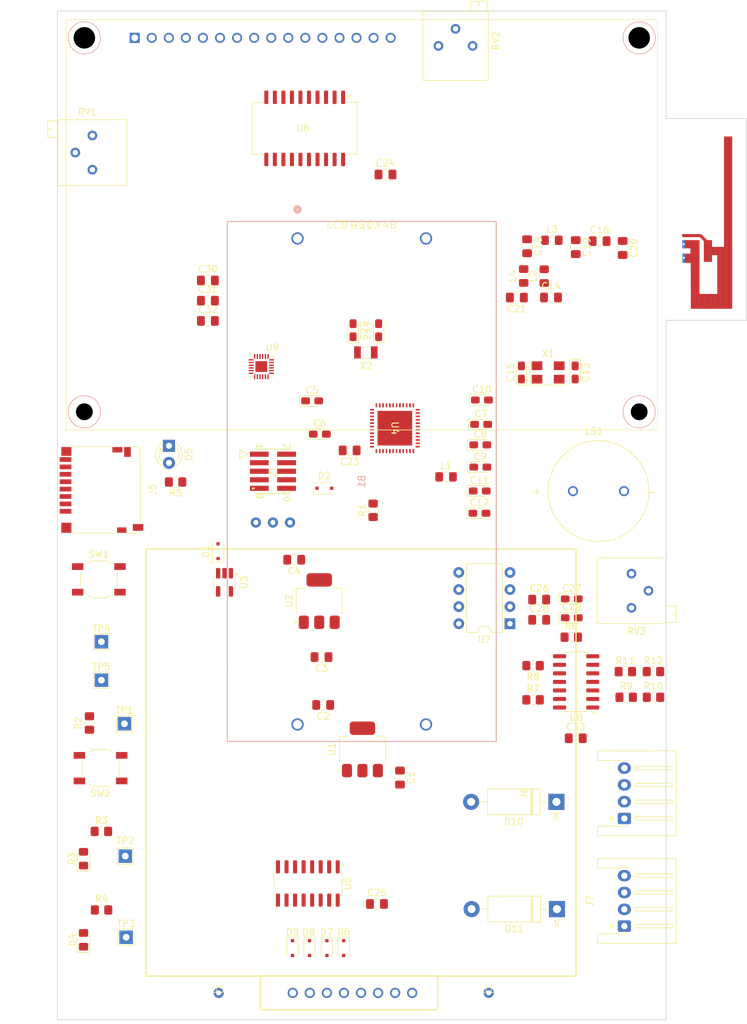
<source format=kicad_pcb>
(kicad_pcb (version 20240108) (generator "pcbnew") (generator_version "8.0")
  (title_block (title "EE110 Alpha Board PCB") (date "2024-02-27") (rev "0.1") (company "Adam Krivka"))
  (layers (0 "F.Cu" signal) (31 "B.Cu" signal) (35 "F.Paste" user) (36 "B.SilkS" user "B.Silkscreen") (37 "F.SilkS" user "F.Silkscreen") (38 "B.Mask" user) (39 "F.Mask" user) (44 "Edge.Cuts" user))
  (net 0 "")
  (net 1 "Net-(D5-A)")
  (net 2 "Net-(D6-A)")
  (net 3 "Net-(D4-A)")
  (net 4 "/gpio/KEYPAD_COL1")
  (net 5 "/gpio/KEYPAD_COL2")
  (net 6 "/gpio/KEYPAD_COL3")
  (net 7 "/gpio/KEYPAD_COL4")
  (net 8 "Net-(D7-A)")
  (net 9 "GND")
  (net 10 "/RF_ANT")
  (net 11 "Net-(B1-Pad1)")
  (net 12 "+VBAT")
  (net 13 "+5V")
  (net 14 "+3.3V_BOARD")
  (net 15 "+3.3V")
  (net 16 "Net-(U4-VDDR)")
  (net 17 "Net-(U4-X48M_P)")
  (net 18 "/RF_P")
  (net 19 "/RF_MATCH1")
  (net 20 "Net-(U4-X48M_N)")
  (net 21 "/RF_MATCH2")
  (net 22 "Net-(U4-X32K_Q1)")
  (net 23 "/RF_N")
  (net 24 "Net-(U4-X32K_Q2)")
  (net 25 "Net-(U4-DCOUPL)")
  (net 26 "Net-(U7-BYPASS)")
  (net 27 "Net-(C27-Pad1)")
  (net 28 "Net-(LS1-1)")
  (net 29 "Net-(C28-Pad2)")
  (net 30 "Net-(C29-Pad1)")
  (net 31 "Net-(C29-Pad2)")
  (net 32 "Net-(U9-REGOUT)")
  (net 33 "Net-(D1-A)")
  (net 34 "Net-(D1-K)")
  (net 35 "Net-(D3-A)")
  (net 36 "Net-(D2-K)")
  (net 37 "Net-(D8-A)")
  (net 38 "Net-(D6-K)")
  (net 39 "Net-(D7-K)")
  (net 40 "Net-(D8-K)")
  (net 41 "Net-(D9-K)")
  (net 42 "Net-(DS1-DB0)")
  (net 43 "/gpio/LCD_RW")
  (net 44 "Net-(DS1-PadA)")
  (net 45 "Net-(DS1-DB2)")
  (net 46 "Net-(DS1-DB6)")
  (net 47 "Net-(DS1-DB3)")
  (net 48 "Net-(DS1-DB5)")
  (net 49 "Net-(DS1-DB1)")
  (net 50 "Net-(DS1-DB7)")
  (net 51 "Net-(DS1-V0)")
  (net 52 "/gpio/LCD_E")
  (net 53 "Net-(DS1-DB4)")
  (net 54 "/gpio/LCD_RS")
  (net 55 "/gpio/KEYPAD_ROWB")
  (net 56 "Net-(D9-A)")
  (net 58 "Net-(J2-SWCLK{slash}TCK)")
  (net 59 "Net-(J2-SWDIO{slash}TMS)")
  (net 60 "/gpio/KEYPAD_ROWA")
  (net 61 "+3.3V_JTAG")
  (net 62 "/gpio/SPI_MISO")
  (net 65 "/gpio/SD_CS")
  (net 66 "/gpio/SPI_SCLK")
  (net 67 "/gpio/SPI_MOSI")
  (net 68 "Net-(J6-Pad4)")
  (net 69 "/gpio/SERVO1_PWM")
  (net 70 "/gpio/SERVO2_PWM")
  (net 71 "Net-(J7-Pad4)")
  (net 72 "Net-(D10-K)")
  (net 73 "Net-(D11-K)")
  (net 74 "/TEST_BUTTON")
  (net 75 "/TEST_GREEN")
  (net 76 "/TEST_BLUE")
  (net 77 "Net-(U4-DCDC_SW)")
  (net 78 "Net-(R2-Pad1)")
  (net 79 "Net-(U8C-+)")
  (net 80 "/gpio/SPKR")
  (net 81 "Net-(U8B-+)")
  (net 82 "Net-(U8A-+)")
  (net 83 "Net-(U7-+)")
  (net 84 "Net-(U3-MR_N)")
  (net 85 "/gpio/LCD_DATA6")
  (net 86 "/gpio/SERVO1_POS")
  (net 87 "/gpio/LCD_DATA1")
  (net 88 "/TEST_GREEN_1")
  (net 89 "/gpio/LCD_DATA7")
  (net 90 "/TEST_BUTTON_1")
  (net 91 "/gpio/LCD_DATA3")
  (net 92 "/gpio/LCD_DATA5")
  (net 93 "/gpio/VBAT_READ")
  (net 94 "/gpio/SERVO2_POS")
  (net 95 "/gpio/IMU_CS")
  (net 96 "/gpio/LCD_DATA4")
  (net 97 "/TEST_BLUE_1")
  (net 98 "/gpio/LCD_DATA0")
  (net 99 "/gpio/LCD_DATA2")
  (footprint "Capacitor_SMD:C_0805_2012Metric_Pad1.18x1.45mm_HandSolder" (layer "F.Cu") (at 73.0715 74.154999)
    (property "Reference" "C32" (at 0 -1.68 0) (layer "F.SilkS"))
    (property "Value" "0.1uF")
    (pad "1" smd roundrect (at -1.0375 0) (size 1.175 1.45) (layers "F.Cu" "F.Paste" "F.Mask") (roundrect_rratio 0.212766) (net 32 "Net-(U9-REGOUT)"))
    (pad "2" smd roundrect (at 1.0375 0) (size 1.175 1.45) (layers "F.Cu" "F.Paste" "F.Mask") (roundrect_rratio 0.212766) (net 9 "GND"))
  )
  (footprint "Diode_SMD:D_SOD-323F" (layer "F.Cu") (at 93.286 167.405999 -90)
    (property "Reference" "D6" (at -2.413 0 180) (layer "F.SilkS"))
    (property "Value" "D_Small_Filled")
    (pad "1" smd roundrect (at -1.1 0 270) (size 0.5 0.5) (layers "F.Cu" "F.Paste" "F.Mask") (net 38 "Net-(D6-K)"))
    (pad "2" smd roundrect (at 1.1 0 270) (size 0.5 0.5) (layers "F.Cu" "F.Paste" "F.Mask") (net 2 "Net-(D6-A)"))
  )
  (footprint "Capacitor_SMD:C_0805_2012Metric_Pad1.18x1.45mm_HandSolder" (layer "F.Cu") (at 124.147 70.674999)
    (property "Reference" "C14" (at 0 -1.68 0) (layer "F.SilkS"))
    (property "Value" "1.3pF")
    (pad "1" smd roundrect (at -1.0375 0) (size 1.175 1.45) (layers "F.Cu" "F.Paste" "F.Mask") (roundrect_rratio 0.212766) (net 18 "/RF_P"))
    (pad "2" smd roundrect (at 1.0375 0) (size 1.175 1.45) (layers "F.Cu" "F.Paste" "F.Mask") (roundrect_rratio 0.212766) (net 19 "/RF_MATCH1"))
  )
  (footprint "Capacitor_SMD:C_0805_2012Metric_Pad1.18x1.45mm_HandSolder" (layer "F.Cu") (at 94.175 93.407999 180)
    (property "Reference" "C23" (at 0 -1.68 180) (layer "F.SilkS"))
    (property "Value" "1uF")
    (pad "1" smd roundrect (at -1.0375 0 180) (size 1.175 1.45) (layers "F.Cu" "F.Paste" "F.Mask") (roundrect_rratio 0.212766) (net 25 "Net-(U4-DCOUPL)"))
    (pad "2" smd roundrect (at 1.0375 0 180) (size 1.175 1.45) (layers "F.Cu" "F.Paste" "F.Mask") (roundrect_rratio 0.212766) (net 9 "GND"))
  )
  (footprint "Potentiometer_THT:Potentiometer_Bourns_3296P_Horizontal" (layer "F.Cu") (at 55.878 46.586999)
    (property "Reference" "RV1" (at -0.76 -3.475 0) (layer "F.SilkS"))
    (property "Value" "10k")
    (pad "1" thru_hole circle (at 0 0) (size 1.44 1.44) (drill 0.8) (layers "*.Cu" "*.Mask") (net 13 "+5V"))
    (pad "2" thru_hole circle (at -2.54 2.54) (size 1.44 1.44) (drill 0.8) (layers "*.Cu" "*.Mask") (net 51 "Net-(DS1-V0)"))
    (pad "3" thru_hole circle (at 0 5.08) (size 1.44 1.44) (drill 0.8) (layers "*.Cu" "*.Mask") (net 9 "GND"))
  )
  (footprint "Capacitor_SMD:C_0805_2012Metric_Pad1.18x1.45mm_HandSolder" (layer "F.Cu") (at 122.386 118.599999)
    (property "Reference" "C28" (at 0 -1.68 0) (layer "F.SilkS"))
    (property "Value" "0.05uF")
    (pad "1" smd roundrect (at -1.0375 0) (size 1.175 1.45) (layers "F.Cu" "F.Paste" "F.Mask") (roundrect_rratio 0.212766) (net 27 "Net-(C27-Pad1)"))
    (pad "2" smd roundrect (at 1.0375 0) (size 1.175 1.45) (layers "F.Cu" "F.Paste" "F.Mask") (roundrect_rratio 0.212766) (net 29 "Net-(C28-Pad2)"))
  )
  (footprint "Capacitor_Tantalum_SMD:CP_EIA-2012-12_Kemet-R_Pad1.30x1.05mm_HandSolder" (layer "F.Cu") (at 113.623 95.886999)
    (property "Reference" "C9" (at 0 -1.58 0) (layer "F.SilkS"))
    (property "Value" "100nF")
    (pad "1" smd roundrect (at -0.975 0) (size 1.3 1.05) (layers "F.Cu" "F.Paste" "F.Mask") (roundrect_rratio 0.238095) (net 15 "+3.3V"))
    (pad "2" smd roundrect (at 0.975 0) (size 1.3 1.05) (layers "F.Cu" "F.Paste" "F.Mask") (roundrect_rratio 0.238095) (net 9 "GND"))
  )
  (footprint "Capacitor_SMD:C_0805_2012Metric_Pad1.18x1.45mm_HandSolder" (layer "F.Cu") (at 85.92 109.663999 180)
    (property "Reference" "C4" (at 0 -1.68 180) (layer "F.SilkS"))
    (property "Value" "2.2pF")
    (pad "1" smd roundrect (at -1.0375 0 180) (size 1.175 1.45) (layers "F.Cu" "F.Paste" "F.Mask") (roundrect_rratio 0.212766) (net 14 "+3.3V_BOARD"))
    (pad "2" smd roundrect (at 1.0375 0 180) (size 1.175 1.45) (layers "F.Cu" "F.Paste" "F.Mask") (roundrect_rratio 0.212766) (net 9 "GND"))
  )
  (footprint "Capacitor_SMD:C_0805_2012Metric_Pad1.18x1.45mm_HandSolder" (layer "F.Cu") (at 127.83 136.206999)
    (property "Reference" "C33" (at 0 -1.68 360) (layer "F.SilkS"))
    (property "Value" "0.1uF")
    (pad "1" smd roundrect (at -1.0375 0) (size 1.175 1.45) (layers "F.Cu" "F.Paste" "F.Mask") (roundrect_rratio 0.212766) (net 9 "GND"))
    (pad "2" smd roundrect (at 1.0375 0) (size 1.175 1.45) (layers "F.Cu" "F.Paste" "F.Mask") (roundrect_rratio 0.212766) (net 15 "+3.3V"))
  )
  (footprint "Resistor_SMD:R_0805_2012Metric_Pad1.20x1.40mm_HandSolder" (layer "F.Cu") (at 97.668 102.316999 90)
    (property "Reference" "R1" (at 0 -1.65 270) (layer "F.SilkS"))
    (property "Value" "4.7k")
    (pad "1" smd roundrect (at -1 0 90) (size 1.2 1.4) (layers "F.Cu" "F.Paste" "F.Mask") (roundrect_rratio 0.208333) (net 15 "+3.3V"))
    (pad "2" smd roundrect (at 1 0 90) (size 1.2 1.4) (layers "F.Cu" "F.Paste" "F.Mask") (roundrect_rratio 0.208333) (net 33 "Net-(D1-A)"))
  )
  (footprint "Resistor_SMD:R_0805_2012Metric_Pad1.20x1.40mm_HandSolder" (layer "F.Cu") (at 139.403 130.110999)
    (property "Reference" "R10" (at 0 -1.65 0) (layer "F.SilkS"))
    (property "Value" "36K")
    (pad "1" smd roundrect (at -1 0) (size 1.2 1.4) (layers "F.Cu" "F.Paste" "F.Mask") (roundrect_rratio 0.208333) (net 81 "Net-(U8B-+)"))
    (pad "2" smd roundrect (at 1 0) (size 1.2 1.4) (layers "F.Cu" "F.Paste" "F.Mask") (roundrect_rratio 0.208333) (net 9 "GND"))
  )
  (footprint "Capacitor_SMD:C_0805_2012Metric_Pad1.18x1.45mm_HandSolder" (layer "F.Cu") (at 134.815 63.308999 -90)
    (property "Reference" "C20" (at 0 -1.68 90) (layer "F.SilkS"))
    (property "Value" "1pF")
    (pad "1" smd roundrect (at -1.0375 0 270) (size 1.175 1.45) (layers "F.Cu" "F.Paste" "F.Mask") (roundrect_rratio 0.212766) (net 10 "/RF_ANT"))
    (pad "2" smd roundrect (at 1.0375 0 270) (size 1.175 1.45) (layers "F.Cu" "F.Paste" "F.Mask") (roundrect_rratio 0.212766) (net 9 "GND"))
  )
  (footprint "Inductor_SMD:L_0805_2012Metric_Pad1.15x1.40mm_HandSolder" (layer "F.Cu") (at 124.274 62.165999)
    (property "Reference" "L3" (at 0 -1.65 0) (layer "F.SilkS"))
    (property "Value" "2nH")
    (pad "1" smd roundrect (at -1.025 0) (size 1.15 1.4) (layers "F.Cu" "F.Paste" "F.Mask") (roundrect_rratio 0.217391) (net 19 "/RF_MATCH1"))
    (pad "2" smd roundrect (at 1.025 0) (size 1.15 1.4) (layers "F.Cu" "F.Paste" "F.Mask") (roundrect_rratio 0.217391) (net 21 "/RF_MATCH2"))
  )
  (footprint "TestPoint:TestPoint_THTPad_2.0x2.0mm_Drill1.0mm" (layer "F.Cu") (at 57.218 127.570999)
    (property "Reference" "TP5" (at 0 -1.998 0) (layer "F.SilkS"))
    (property "Value" "GND")
    (pad "1" thru_hole rect (at 0 0) (size 2 2) (drill 1) (layers "*.Cu" "*.Mask") (net 9 "GND"))
  )
  (footprint "Capacitor_SMD:C_0805_2012Metric_Pad1.18x1.45mm_HandSolder" (layer "F.Cu") (at 89.984 124.141999 180)
    (property "Reference" "C3" (at 0 -1.68 180) (layer "F.SilkS"))
    (property "Value" "1uF")
    (pad "1" smd roundrect (at -1.0375 0 180) (size 1.175 1.45) (layers "F.Cu" "F.Paste" "F.Mask") (roundrect_rratio 0.212766) (net 13 "+5V"))
    (pad "2" smd roundrect (at 1.0375 0 180) (size 1.175 1.45) (layers "F.Cu" "F.Paste" "F.Mask") (roundrect_rratio 0.212766) (net 9 "GND"))
  )
  (footprint "Package_DFN_QFN:QFN-24-1EP_3x3mm_P0.4mm_EP1.75x1.6mm" (layer "F.Cu") (at 81.026 80.942999)
    (property "Reference" "U9" (at 1.651 -2.83 0) (layer "F.SilkS"))
    (property "Value" "MPU-9250")
    (pad "1" smd custom (at -1.5 -1) (size 0.115147 0.115147) (layers "F.Cu" "F.Paste" "F.Mask") (net 15 "+3.3V") (options (clearance outline) (anchor circle)) (primitives (gr_poly (pts (xy -0.335 -0.06) (xy 0.238431 -0.06) (xy 0.335 0.036569) (xy 0.335 0.06) (xy -0.335 0.06)) (width 0.08) (fill yes))))
    (pad "2" smd roundrect (at -1.5 -0.6) (size 0.75 0.2) (layers "F.Cu" "F.Paste" "F.Mask"))
    (pad "3" smd roundrect (at -1.5 -0.2) (size 0.75 0.2) (layers "F.Cu" "F.Paste" "F.Mask"))
    (pad "4" smd roundrect (at -1.5 0.2) (size 0.75 0.2) (layers "F.Cu" "F.Paste" "F.Mask"))
    (pad "5" smd roundrect (at -1.5 0.6) (size 0.75 0.2) (layers "F.Cu" "F.Paste" "F.Mask"))
    (pad "6" smd custom (at -1.5 1) (size 0.115147 0.115147) (layers "F.Cu" "F.Paste" "F.Mask") (options (clearance outline) (anchor circle)) (primitives (gr_poly (pts (xy -0.335 -0.06) (xy 0.335 -0.06) (xy 0.335 -0.036569) (xy 0.238431 0.06) (xy -0.335 0.06)) (width 0.08) (fill yes))))
    (pad "7" smd custom (at -1 1.5) (size 0.115147 0.115147) (layers "F.Cu" "F.Paste" "F.Mask") (options (clearance outline) (anchor circle)) (primitives (gr_poly (pts (xy -0.06 -0.238431) (xy 0.036569 -0.335) (xy 0.06 -0.335) (xy 0.06 0.335) (xy -0.06 0.335)) (width 0.08) (fill yes))))
    (pad "8" smd roundrect (at -0.6 1.5) (size 0.2 0.75) (layers "F.Cu" "F.Paste" "F.Mask") (net 15 "+3.3V"))
    (pad "9" smd roundrect (at -0.2 1.5) (size 0.2 0.75) (layers "F.Cu" "F.Paste" "F.Mask") (net 62 "/gpio/SPI_MISO"))
    (pad "10" smd roundrect (at 0.2 1.5) (size 0.2 0.75) (layers "F.Cu" "F.Paste" "F.Mask") (net 32 "Net-(U9-REGOUT)"))
    (pad "11" smd roundrect (at 0.6 1.5) (size 0.2 0.75) (layers "F.Cu" "F.Paste" "F.Mask"))
    (pad "12" smd custom (at 1 1.5) (size 0.115147 0.115147) (layers "F.Cu" "F.Paste" "F.Mask") (options (clearance outline) (anchor circle)) (primitives (gr_poly (pts (xy -0.06 -0.335) (xy -0.036569 -0.335) (xy 0.06 -0.238431) (xy 0.06 0.335) (xy -0.06 0.335)) (width 0.08) (fill yes))))
    (pad "13" smd custom (at 1.5 1) (size 0.115147 0.115147) (layers "F.Cu" "F.Paste" "F.Mask") (net 15 "+3.3V") (options (clearance outline) (anchor circle)) (primitives (gr_poly (pts (xy -0.335 -0.06) (xy 0.335 -0.06) (xy 0.335 0.06) (xy -0.238431 0.06) (xy -0.335 -0.036569)) (width 0.08) (fill yes))))
    (pad "14" smd roundrect (at 1.5 0.6) (size 0.75 0.2) (layers "F.Cu" "F.Paste" "F.Mask"))
    (pad "15" smd roundrect (at 1.5 0.2) (size 0.75 0.2) (layers "F.Cu" "F.Paste" "F.Mask"))
    (pad "16" smd roundrect (at 1.5 -0.2) (size 0.75 0.2) (layers "F.Cu" "F.Paste" "F.Mask"))
    (pad "17" smd roundrect (at 1.5 -0.6) (size 0.75 0.2) (layers "F.Cu" "F.Paste" "F.Mask"))
    (pad "18" smd custom (at 1.5 -1) (size 0.115147 0.115147) (layers "F.Cu" "F.Paste" "F.Mask") (net 9 "GND") (options (clearance outline) (anchor circle)) (primitives (gr_poly (pts (xy -0.335 0.036569) (xy -0.238431 -0.06) (xy 0.335 -0.06) (xy 0.335 0.06) (xy -0.335 0.06)) (width 0.08) (fill yes))))
    (pad "19" smd custom (at 1 -1.5) (size 0.115147 0.115147) (layers "F.Cu" "F.Paste" "F.Mask") (options (clearance outline) (anchor circle)) (primitives (gr_poly (pts (xy -0.06 -0.335) (xy 0.06 -0.335) (xy 0.06 0.238431) (xy -0.036569 0.335) (xy -0.06 0.335)) (width 0.08) (fill yes))))
    (pad "20" smd roundrect (at 0.6 -1.5) (size 0.2 0.75) (layers "F.Cu" "F.Paste" "F.Mask") (net 9 "GND"))
    (pad "21" smd roundrect (at 0.2 -1.5) (size 0.2 0.75) (layers "F.Cu" "F.Paste" "F.Mask"))
    (pad "22" smd roundrect (at -0.2 -1.5) (size 0.2 0.75) (layers "F.Cu" "F.Paste" "F.Mask") (net 95 "/gpio/IMU_CS"))
    (pad "23" smd roundrect (at -0.6 -1.5) (size 0.2 0.75) (layers "F.Cu" "F.Paste" "F.Mask") (net 66 "/gpio/SPI_SCLK"))
    (pad "24" smd custom (at -1 -1.5) (size 0.115147 0.115147) (layers "F.Cu" "F.Paste" "F.Mask") (net 67 "/gpio/SPI_MOSI") (options (clearance outline) (anchor circle)) (primitives (gr_poly (pts (xy -0.06 -0.335) (xy 0.06 -0.335) (xy 0.06 0.335) (xy 0.036569 0.335) (xy -0.06 0.238431)) (width 0.08) (fill yes))))
    (pad "25" smd rect (at 0 0) (size 1.75 1.6) (property pad_prop_heatsink) (layers "F.Cu" "F.Mask"))
  )
  (footprint "LED_SMD:LED_0805_2012Metric_Pad1.15x1.40mm_HandSolder" (layer "F.Cu") (at 54.551 166.178999 90)
    (property "Reference" "D4" (at 0 -1.65 270) (layer "F.SilkS"))
    (property "Value" "TEST_BLUE")
    (pad "1" smd roundrect (at -1.025 0 90) (size 1.15 1.4) (layers "F.Cu" "F.Paste" "F.Mask") (roundrect_rratio 0.217391) (net 9 "GND"))
    (pad "2" smd roundrect (at 1.025 0 90) (size 1.15 1.4) (layers "F.Cu" "F.Paste" "F.Mask") (roundrect_rratio 0.217391) (net 3 "Net-(D4-A)"))
  )
  (footprint "Button_Switch_SMD:SW_SPST_TL3342" (layer "F.Cu") (at 57.091 140.651999 180)
    (property "Reference" "SW2" (at 0 -3.75 180) (layer "F.SilkS"))
    (property "Value" "TEST_BUTTON")
    (pad "1" smd rect (at -3.15 -1.9 180) (size 1.7 1) (layers "F.Cu" "F.Paste" "F.Mask") (net 9 "GND"))
    (pad "1" smd rect (at 3.15 -1.9 180) (size 1.7 1) (layers "F.Cu" "F.Paste" "F.Mask") (net 9 "GND"))
    (pad "2" smd rect (at -3.15 1.9 180) (size 1.7 1) (layers "F.Cu" "F.Paste" "F.Mask") (net 78 "Net-(R2-Pad1)"))
    (pad "2" smd rect (at 3.15 1.9 180) (size 1.7 1) (layers "F.Cu" "F.Paste" "F.Mask") (net 78 "Net-(R2-Pad1)"))
  )
  (footprint "Button_Switch_SMD:SW_SPST_TL3342" (layer "F.Cu") (at 56.837 112.584999)
    (property "Reference" "SW1" (at 0 -3.75 0) (layer "F.SilkS"))
    (property "Value" "RESET")
    (pad "1" smd rect (at -3.15 -1.9) (size 1.7 1) (layers "F.Cu" "F.Paste" "F.Mask") (net 84 "Net-(U3-MR_N)"))
    (pad "1" smd rect (at 3.15 -1.9) (size 1.7 1) (layers "F.Cu" "F.Paste" "F.Mask") (net 84 "Net-(U3-MR_N)"))
    (pad "2" smd rect (at -3.15 1.9) (size 1.7 1) (layers "F.Cu" "F.Paste" "F.Mask") (net 9 "GND"))
    (pad "2" smd rect (at 3.15 1.9) (size 1.7 1) (layers "F.Cu" "F.Paste" "F.Mask") (net 9 "GND"))
  )
  (footprint "Diode_SMD:D_SOD-323F" (layer "F.Cu") (at 90.408 99.036999)
    (property "Reference" "D2" (at 0 -1.85 0) (layer "F.SilkS"))
    (property "Value" "D_Small_Filled")
    (pad "1" smd roundrect (at -1.1 0) (size 0.5 0.5) (layers "F.Cu" "F.Paste" "F.Mask") (net 36 "Net-(D2-K)"))
    (pad "2" smd roundrect (at 1.1 0) (size 0.5 0.5) (layers "F.Cu" "F.Paste" "F.Mask") (net 33 "Net-(D1-A)"))
  )
  (footprint "Connector_JST:JST_XH_S4B-XH-A-1_1x04_P2.50mm_Horizontal" (layer "F.Cu") (at 135.069 164.142 90)
    (property "Reference" "J7" (at 3.75 -5.1 -90) (layer "F.SilkS"))
    (property "Value" "SERVO2")
    (pad "1" thru_hole roundrect (at 0 0 90) (size 1.7 1.95) (drill 0.95) (layers "*.Cu" "*.Mask") (roundrect_rratio 0.147059) (net 9 "GND"))
    (pad "2" thru_hole oval (at 2.5 0 90) (size 1.7 1.95) (drill 0.95) (layers "*.Cu" "*.Mask") (net 73 "Net-(D11-K)"))
    (pad "3" thru_hole oval (at 5 0 90) (size 1.7 1.95) (drill 0.95) (layers "*.Cu" "*.Mask") (net 70 "/gpio/SERVO2_PWM"))
    (pad "4" thru_hole oval (at 7.5 0 90) (size 1.7 1.95) (drill 0.95) (layers "*.Cu" "*.Mask") (net 71 "Net-(J7-Pad4)"))
  )
  (footprint "Inductor_SMD:L_0805_2012Metric_Pad1.15x1.40mm_HandSolder" (layer "F.Cu") (at 108.526 97.344999)
    (property "Reference" "L1" (at 0 -1.65 0) (layer "F.SilkS"))
    (property "Value" "6.8uH")
    (pad "1" smd roundrect (at -1.025 0) (size 1.15 1.4) (layers "F.Cu" "F.Paste" "F.Mask") (roundrect_rratio 0.217391) (net 77 "Net-(U4-DCDC_SW)"))
    (pad "2" smd roundrect (at 1.025 0) (size 1.15 1.4) (layers "F.Cu" "F.Paste" "F.Mask") (roundrect_rratio 0.217391) (net 16 "Net-(U4-VDDR)"))
  )
  (footprint "Capacitor_SMD:C_0805_2012Metric_Pad1.18x1.45mm_HandSolder" (layer "F.Cu") (at 73.0715 68.134999)
    (property "Reference" "C30" (at 0 -1.68 0) (layer "F.SilkS"))
    (property "Value" "0.1uF")
    (pad "1" smd roundrect (at -1.0375 0) (size 1.175 1.45) (layers "F.Cu" "F.Paste" "F.Mask") (roundrect_rratio 0.212766) (net 15 "+3.3V"))
    (pad "2" smd roundrect (at 1.0375 0) (size 1.175 1.45) (layers "F.Cu" "F.Paste" "F.Mask") (roundrect_rratio 0.212766) (net 9 "GND"))
  )
  (footprint "Resistor_SMD:R_0805_2012Metric_Pad1.20x1.40mm_HandSolder" (layer "F.Cu") (at 121.48 125.411999 180)
    (property "Reference" "R8" (at 0 -1.65 180) (layer "F.SilkS"))
    (property "Value" "36K")
    (pad "1" smd roundrect (at -1 0 180) (size 1.2 1.4) (layers "F.Cu" "F.Paste" "F.Mask") (roundrect_rratio 0.208333) (net 79 "Net-(U8C-+)"))
    (pad "2" smd roundrect (at 1 0 180) (size 1.2 1.4) (layers "F.Cu" "F.Paste" "F.Mask") (roundrect_rratio 0.208333) (net 9 "GND"))
  )
  (footprint "Alpha Board rev2 library:CON10_2X5_DUK_FTSH_SAI" (layer "F.Cu") (at 82.757001 96.511 -90)
    (property "Reference" "J2" (at 0 0 -90) (layer "F.SilkS"))
    (property "Value" "Conn_ARM_JTAG_SWD_10")
    (fp_text user "9" (at 3.683 2.032 -90) (layer "F.SilkS"))
    (fp_text user "1" (at -3.683 2.032 -90) (layer "F.SilkS"))
    (fp_text user "2" (at -3.683 -2.032 -90) (layer "F.SilkS"))
    (fp_text user "10" (at 3.683 -2.032 -90) (layer "F.SilkS"))
    (pad "1" smd rect (at -2.54 2.032 270) (size 0.762 2.794) (layers "F.Cu" "F.Paste" "F.Mask") (net 61 "+3.3V_JTAG"))
    (pad "2" smd rect (at -2.54 -2.032 270) (size 0.762 2.794) (layers "F.Cu" "F.Paste" "F.Mask") (net 59 "Net-(J2-SWDIO{slash}TMS)"))
    (pad "3" smd rect (at -1.27 2.032 270) (size 0.762 2.794) (layers "F.Cu" "F.Paste" "F.Mask") (net 9 "GND"))
    (pad "4" smd rect (at -1.27 -2.032 270) (size 0.762 2.794) (layers "F.Cu" "F.Paste" "F.Mask") (net 58 "Net-(J2-SWCLK{slash}TCK)"))
    (pad "5" smd rect (at 0 2.032 270) (size 0.762 2.794) (layers "F.Cu" "F.Paste" "F.Mask") (net 9 "GND"))
    (pad "6" smd rect (at 0 -2.032 270) (size 0.762 2.794) (layers "F.Cu" "F.Paste" "F.Mask") (net 60 "/gpio/KEYPAD_ROWA"))
    (pad "7" smd rect (at 1.27 2.032 270) (size 0.762 2.794) (layers "F.Cu" "F.Paste" "F.Mask"))
    (pad "8" smd rect (at 1.27 -2.032 270) (size 0.762 2.794) (layers "F.Cu" "F.Paste" "F.Mask") (net 55 "/gpio/KEYPAD_ROWB"))
    (pad "9" smd rect (at 2.54 2.032 270) (size 0.762 2.794) (layers "F.Cu" "F.Paste" "F.Mask") (net 9 "GND"))
    (pad "10" smd rect (at 2.54 -2.032 270) (size 0.762 2.794) (layers "F.Cu" "F.Paste" "F.Mask") (net 36 "Net-(D2-K)"))
  )
  (footprint "My_Footprint:1pin" (layer "F.Cu") (at 114.876 174.052999)
    (property "Reference" "J1" (at 0 -0.5 0) (layer "F.SilkS") (effects (font (thickness 0.1))))
    (property "Value" "POWER")
    (pad "1" thru_hole circle (at 0 0) (size 1.524 1.524) (drill 0.762) (layers "*.Cu" "*.Mask") (net 12 "+VBAT"))
  )
  (footprint "Diode_THT:D_DO-15_P12.70mm_Horizontal" (layer "F.Cu") (at 125.036 161.606999 180)
    (property "Reference" "D11" (at 6.35 -2.92 180) (layer "F.SilkS"))
    (property "Value" "D_Small_Filled")
    (fp_text user "K" (at 0 -2.2 180) (layer "F.SilkS"))
    (pad "1" thru_hole rect (at 0 0 180) (size 2.4 2.4) (drill 1.2) (layers "*.Cu" "*.Mask") (net 73 "Net-(D11-K)"))
    (pad "2" thru_hole oval (at 12.7 0 180) (size 2.4 2.4) (drill 1.2) (layers "*.Cu" "*.Mask") (net 12 "+VBAT"))
  )
  (footprint "Capacitor_SMD:C_0805_2012Metric_Pad1.18x1.45mm_HandSolder" (layer "F.Cu") (at 90.238 131.253999 180)
    (property "Reference" "C2" (at 0 -1.68 180) (layer "F.SilkS"))
    (property "Value" "2.2pF")
    (pad "1" smd roundrect (at -1.0375 0 180) (size 1.175 1.45) (layers "F.Cu" "F.Paste" "F.Mask") (roundrect_rratio 0.212766) (net 13 "+5V"))
    (pad "2" smd roundrect (at 1.0375 0 180) (size 1.175 1.45) (layers "F.Cu" "F.Paste" "F.Mask") (roundrect_rratio 0.212766) (net 9 "GND"))
  )
  (footprint "Capacitor_SMD:C_0805_2012Metric_Pad1.18x1.45mm_HandSolder" (layer "F.Cu") (at 73.0715 71.144999)
    (property "Reference" "C31" (at 0 -1.68 0) (layer "F.SilkS"))
    (property "Value" "10nF")
    (pad "1" smd roundrect (at -1.0375 0) (size 1.175 1.45) (layers "F.Cu" "F.Paste" "F.Mask") (roundrect_rratio 0.212766) (net 15 "+3.3V"))
    (pad "2" smd roundrect (at 1.0375 0) (size 1.175 1.45) (layers "F.Cu" "F.Paste" "F.Mask") (roundrect_rratio 0.212766) (net 9 "GND"))
  )
  (footprint "Inductor_SMD:L_0805_2012Metric_Pad1.15x1.40mm_HandSolder" (layer "F.Cu") (at 120.083 67.476999 90)
    (property "Reference" "L4" (at 0 -1.65 270) (layer "F.SilkS"))
    (property "Value" "3.3nH")
    (pad "1" smd roundrect (at -1.025 0 90) (size 1.15 1.4) (layers "F.Cu" "F.Paste" "F.Mask") (roundrect_rratio 0.217391) (net 23 "/RF_N"))
    (pad "2" smd roundrect (at 1.025 0 90) (size 1.15 1.4) (layers "F.Cu" "F.Paste" "F.Mask") (roundrect_rratio 0.217391) (net 19 "/RF_MATCH1"))
  )
  (footprint "Package_TO_SOT_SMD:SOT-223-3_TabPin2" (layer "F.Cu") (at 96.078 137.866999 90)
    (property "Reference" "U1" (at 0 -4.5 270) (layer "F.SilkS"))
    (property "Value" "TLV76150DCY")
    (pad "1" smd roundrect (at -3.15 -2.3 90) (size 2 1.5) (layers "F.Cu" "F.Paste" "F.Mask") (net 9 "GND"))
    (pad "2" smd roundrect (at -3.15 0 90) (size 2 1.5) (layers "F.Cu" "F.Paste" "F.Mask") (net 13 "+5V"))
    (pad "2" smd roundrect (at 3.15 0 90) (size 2 3.8) (layers "F.Cu" "F.Paste" "F.Mask") (net 13 "+5V"))
    (pad "3" smd roundrect (at -3.15 2.3 90) (size 2 1.5) (layers "F.Cu" "F.Paste" "F.Mask") (net 12 "+VBAT"))
  )
  (footprint "Resistor_SMD:R_0805_2012Metric_Pad1.20x1.40mm_HandSolder" (layer "F.Cu") (at 55.44 133.936999 90)
    (property "Reference" "R2" (at 0 -1.65 270) (layer "F.SilkS"))
    (property "Value" "100")
    (pad "1" smd roundrect (at -1 0 90) (size 1.2 1.4) (layers "F.Cu" "F.Paste" "F.Mask") (roundrect_rratio 0.208333) (net 78 "Net-(R2-Pad1)"))
    (pad "2" smd roundrect (at 1 0 90) (size 1.2 1.4) (layers "F.Cu" "F.Paste" "F.Mask") (roundrect_rratio 0.208333) (net 74 "/TEST_BUTTON"))
  )
  (footprint "Connector_JST:JST_XH_S4B-XH-A-1_1x04_P2.50mm_Horizontal" (layer "F.Cu") (at 135.069 148.14 90)
    (property "Reference" "J6" (at 3.81 -14.986 -90) (layer "F.SilkS"))
    (property "Value" "SERVO1")
    (pad "1" thru_hole roundrect (at 0 0 90) (size 1.7 1.95) (drill 0.95) (layers "*.Cu" "*.Mask") (roundrect_rratio 0.147059) (net 9 "GND"))
    (pad "2" thru_hole oval (at 2.5 0 90) (size 1.7 1.95) (drill 0.95) (layers "*.Cu" "*.Mask") (net 72 "Net-(D10-K)"))
    (pad "3" thru_hole oval (at 5 0 90) (size 1.7 1.95) (drill 0.95) (layers "*.Cu" "*.Mask") (net 69 "/gpio/SERVO1_PWM"))
    (pad "4" thru_hole oval (at 7.5 0 90) (size 1.7 1.95) (drill 0.95) (layers "*.Cu" "*.Mask") (net 68 "Net-(J6-Pad4)"))
  )
  (footprint "Alpha Board rev2 library:WINSTAR-WH1604A" (layer "F.Cu") (at 95.978 59.866999)
    (property "Reference" "DS1" (at 0 0 0) (layer "F.SilkS") (effects (font (size 1.2 1.2) (thickness 0.12))))
    (property "Value" "LCD-20X4B" (at 0 0 0) (layer "F.SilkS") (effects (font (size 1.2 1.2) (thickness 0.12))))
    (pad "" np_thru_hole circle (at -41.3 -27.8) (size 3.2 3.2) (drill 3.2) (layers "*.Mask"))
    (pad "" np_thru_hole circle (at -41.3 27.8) (size 2.5 2.5) (drill 3.2) (layers "*.Mask"))
    (pad "" np_thru_hole circle (at 41.3 -27.8) (size 3.2 3.2) (drill 3.2) (layers "*.Mask"))
    (pad "" np_thru_hole circle (at 41.3 27.8) (size 2.5 2.5) (drill 3.2) (layers "*.Mask"))
    (pad "1" thru_hole rect (at -33.8 -27.8) (size 1.5 1.5) (drill 1) (layers "*.Cu" "*.Mask") (net 9 "GND"))
    (pad "2" thru_hole circle (at -31.26 -27.8) (size 1.5 1.5) (drill 1) (layers "*.Cu" "*.Mask") (net 13 "+5V"))
    (pad "3" thru_hole circle (at -28.72 -27.8) (size 1.5 1.5) (drill 1) (layers "*.Cu" "*.Mask") (net 51 "Net-(DS1-V0)"))
    (pad "4" thru_hole circle (at -26.18 -27.8) (size 1.5 1.5) (drill 1) (layers "*.Cu" "*.Mask") (net 54 "/gpio/LCD_RS"))
    (pad "5" thru_hole circle (at -23.64 -27.8) (size 1.5 1.5) (drill 1) (layers "*.Cu" "*.Mask") (net 43 "/gpio/LCD_RW"))
    (pad "6" thru_hole circle (at -21.1 -27.8) (size 1.5 1.5) (drill 1) (layers "*.Cu" "*.Mask") (net 52 "/gpio/LCD_E"))
    (pad "7" thru_hole circle (at -18.56 -27.8) (size 1.5 1.5) (drill 1) (layers "*.Cu" "*.Mask") (net 42 "Net-(DS1-DB0)"))
    (pad "8" thru_hole circle (at -16.02 -27.8) (size 1.5 1.5) (drill 1) (layers "*.Cu" "*.Mask") (net 49 "Net-(DS1-DB1)"))
    (pad "9" thru_hole circle (at -13.48 -27.8) (size 1.5 1.5) (drill 1) (layers "*.Cu" "*.Mask") (net 45 "Net-(DS1-DB2)"))
    (pad "10" thru_hole circle (at -10.94 -27.8) (size 1.5 1.5) (drill 1) (layers "*.Cu" "*.Mask") (net 47 "Net-(DS1-DB3)"))
    (pad "11" thru_hole circle (at -8.4 -27.8) (size 1.5 1.5) (drill 1) (layers "*.Cu" "*.Mask") (net 53 "Net-(DS1-DB4)"))
    (pad "12" thru_hole circle (at -5.86 -27.8) (size 1.5 1.5) (drill 1) (layers "*.Cu" "*.Mask") (net 48 "Net-(DS1-DB5)"))
    (pad "13" thru_hole circle (at -3.32 -27.8) (size 1.5 1.5) (drill 1) (layers "*.Cu" "*.Mask") (net 46 "Net-(DS1-DB6)"))
    (pad "14" thru_hole circle (at -0.78 -27.8) (size 1.5 1.5) (drill 1) (layers "*.Cu" "*.Mask") (net 50 "Net-(DS1-DB7)"))
    (pad "A" thru_hole circle (at 1.76 -27.8) (size 1.5 1.5) (drill 1) (layers "*.Cu" "*.Mask") (net 44 "Net-(DS1-PadA)"))
    (pad "K" thru_hole circle (at 4.3 -27.8) (size 1.5 1.5) (drill 1) (layers "*.Cu" "*.Mask") (net 9 "GND"))
  )
  (footprint "Capacitor_Tantalum_SMD:CP_EIA-2012-12_Kemet-R_Pad1.30x1.05mm_HandSolder" (layer "F.Cu") (at 89.73 90.994999)
    (property "Reference" "C6" (at 0 -1.58 0) (layer "F.SilkS"))
    (property "Value" "100nF")
    (pad "1" smd roundrect (at -0.975 0) (size 1.3 1.05) (layers "F.Cu" "F.Paste" "F.Mask") (roundrect_rratio 0.238095) (net 15 "+3.3V"))
    (pad "2" smd roundrect (at 0.975 0) (size 1.3 1.05) (layers "F.Cu" "F.Paste" "F.Mask") (roundrect_rratio 0.238095) (net 9 "GND"))
  )
  (footprint "Capacitor_SMD:C_0805_2012Metric_Pad1.18x1.45mm_HandSolder" (layer "F.Cu") (at 98.239 160.844999)
    (property "Reference" "C25" (at 0 -1.68 0) (layer "F.SilkS"))
    (property "Value" "0.1uF")
    (pad "1" smd roundrect (at -1.0375 0) (size 1.175 1.45) (layers "F.Cu" "F.Paste" "F.Mask") (roundrect_rratio 0.212766) (net 9 "GND"))
    (pad "2" smd roundrect (at 1.0375 0) (size 1.175 1.45) (layers "F.Cu" "F.Paste" "F.Mask") (roundrect_rratio 0.212766) (net 15 "+3.3V"))
  )
  (footprint "Capacitor_Tantalum_SMD:CP_EIA-2012-12_Kemet-R_Pad1.30x1.05mm_HandSolder" (layer "F.Cu") (at 98.493 75.541999 90)
    (property "Reference" "C17" (at 0 -1.58 270) (layer "F.SilkS"))
    (property "Value" "4.7uF")
    (pad "1" smd roundrect (at -0.975 0 90) (size 1.3 1.05) (layers "F.Cu" "F.Paste" "F.Mask") (roundrect_rratio 0.238095) (net 22 "Net-(U4-X32K_Q1)"))
    (pad "2" smd roundrect (at 0.975 0 90) (size 1.3 1.05) (layers "F.Cu" "F.Paste" "F.Mask") (roundrect_rratio 0.238095) (net 9 "GND"))
  )
  (footprint "LED_THT:LED_D3.0mm" (layer "F.Cu") (at 67.278 92.726999 -90)
    (property "Reference" "D5" (at 1.27 -2.96 90) (layer "F.SilkS"))
    (property "Value" "POWER_LED")
    (pad "1" thru_hole rect (at 0 0 270) (size 1.8 1.8) (drill 0.9) (layers "*.Cu" "*.Mask") (net 9 "GND"))
    (pad "2" thru_hole circle (at 2.54 0 270) (size 1.8 1.8) (drill 0.9) (layers "*.Cu" "*.Mask") (net 1 "Net-(D5-A)"))
  )
  (footprint "MountingHole:MountingHole_3.2mm_M3_DIN965" (layer "F.Cu") (at 137.278 174.066999)
    (property "Reference" "REF**" (hide yes))
    (property "Value" "MountingHole_3.2mm_M3_DIN965")
    (pad "" np_thru_hole circle (at 0 0) (size 3.2 3.2) (drill 3.2) (layers "F&B.Cu" "*.Mask"))
  )
  (footprint "Connector_Card:microSD_HC_Hirose_DM3D-SF" (layer "F.Cu") (at 57.228 99.286999 -90)
    (property "Reference" "J5" (at -0.025 -7.625 90) (layer "F.SilkS"))
    (property "Value" "Micro_SD_Card")
    (pad "1" smd rect (at 3.175 5.35 270) (size 0.7 1.75) (layers "F.Cu" "F.Paste" "F.Mask"))
    (pad "2" smd rect (at 2.075 5.35 270) (size 0.7 1.75) (layers "F.Cu" "F.Paste" "F.Mask") (net 65 "/gpio/SD_CS"))
    (pad "3" smd rect (at 0.975 5.35 270) (size 0.7 1.75) (layers "F.Cu" "F.Paste" "F.Mask") (net 67 "/gpio/SPI_MOSI"))
    (pad "4" smd rect (at -0.125 5.35 270) (size 0.7 1.75) (layers "F.Cu" "F.Paste" "F.Mask") (net 15 "+3.3V"))
    (pad "5" smd rect (at -1.225 5.35 270) (size 0.7 1.75) (layers "F.Cu" "F.Paste" "F.Mask") (net 66 "/gpio/SPI_SCLK"))
    (pad "6" smd rect (at -2.325 5.35 270) (size 0.7 1.75) (layers "F.Cu" "F.Paste" "F.Mask") (net 9 "GND"))
    (pad "7" smd rect (at -3.425 5.35 270) (size 0.7 1.75) (layers "F.Cu" "F.Paste" "F.Mask") (net 62 "/gpio/SPI_MISO"))
    (pad "8" smd rect (at -4.525 5.35 270) (size 0.7 1.75) (layers "F.Cu" "F.Paste" "F.Mask"))
    (pad "9" smd rect (at -5.65 -3.875 270) (size 1.45 1) (layers "F.Cu" "F.Paste" "F.Mask") (net 9 "GND"))
    (pad "10" smd rect (at 5.575 -5.45 270) (size 1 1.55) (layers "F.Cu" "F.Paste" "F.Mask") (net 9 "GND"))
    (pad "11" smd rect (at -5.975 -2.375 270) (size 0.8 1.5) (layers "F.Cu" "F.Paste" "F.Mask") (net 9 "GND"))
    (pad "11" smd rect (at -5.725 5.225 270) (size 1.3 1.5) (layers "F.Cu" "F.Paste" "F.Mask") (net 9 "GND"))
    (pad "11" smd rect (at 5.625 5.225 270) (size 1.5 1.5) (layers "F.Cu" "F.Paste" "F.Mask") (net 9 "GND"))
    (pad "11" smd rect (at 5.975 -3.025 270) (size 0.8 1.4) (layers "F.Cu" "F.Paste" "F.Mask") (net 9 "GND"))
  )
  (footprint "Capacitor_SMD:C_0805_2012Metric_Pad1.18x1.45mm_HandSolder" (layer "F.Cu") (at 127.83 63.181999 -90)
    (property "Reference" "C19" (at 0 -1.68 90) (layer "F.SilkS"))
    (property "Value" "4pF")
    (pad "1" smd roundrect (at -1.0375 0 270) (size 1.175 1.45) (layers "F.Cu" "F.Paste" "F.Mask") (roundrect_rratio 0.212766) (net 21 "/RF_MATCH2"))
    (pad "2" smd roundrect (at 1.0375 0 270) (size 1.175 1.45) (layers "F.Cu" "F.Paste" "F.Mask") (roundrect_rratio 0.212766) (net 9 "GND"))
  )
  (footprint "Capacitor_Tantalum_SMD:CP_EIA-2012-12_Kemet-R_Pad1.30x1.05mm_HandSolder" (layer "F.Cu") (at 127.236 118.299999)
    (property "Reference" "C29" (at 0 -1.58 0) (layer "F.SilkS"))
    (property "Value" "10uF")
    (pad "1" smd roundrect (at -0.975 0) (size 1.3 1.05) (layers "F.Cu" "F.Paste" "F.Mask") (roundrect_rratio 0.238095) (net 30 "Net-(C29-Pad1)"))
    (pad "2" smd roundrect (at 0.975 0) (size 1.3 1.05) (layers "F.Cu" "F.Paste" "F.Mask") (roundrect_rratio 0.238095) (net 31 "Net-(C29-Pad2)"))
  )
  (footprint "Potentiometer_THT:Potentiometer_Bourns_3296P_Horizontal" (layer "F.Cu") (at 112.478 33.266999 -90)
    (property "Reference" "RV2" (at -0.76 -3.475 90) (layer "F.SilkS"))
    (property "Value" "1k")
    (pad "1" thru_hole circle (at 0 0 270) (size 1.44 1.44) (drill 0.8) (layers "*.Cu" "*.Mask") (net 13 "+5V"))
    (pad "2" thru_hole circle (at -2.54 2.54 270) (size 1.44 1.44) (drill 0.8) (layers "*.Cu" "*.Mask") (net 44 "Net-(DS1-PadA)"))
    (pad "3" thru_hole circle (at 0 5.08 270) (size 1.44 1.44) (drill 0.8) (layers "*.Cu" "*.Mask") (net 9 "GND"))
  )
  (footprint "Inductor_SMD:L_0805_2012Metric_Pad1.15x1.40mm_HandSolder" (layer "F.Cu") (at 123.131 67.499999 90)
    (property "Reference" "L2" (at 0 -1.65 270) (layer "F.SilkS"))
    (property "Value" "3.3nH")
    (pad "1" smd roundrect (at -1.025 0 90) (size 1.15 1.4) (layers "F.Cu" "F.Paste" "F.Mask") (roundrect_rratio 0.217391) (net 9 "GND"))
    (pad "2" smd roundrect (at 1.025 0 90) (size 1.15 1.4) (layers "F.Cu" "F.Paste" "F.Mask") (roundrect_rratio 0.217391) (net 18 "/RF_P"))
  )
  (footprint "Capacitor_Tantalum_SMD:CP_EIA-2012-12_Kemet-R_Pad1.30x1.05mm_HandSolder" (layer "F.Cu") (at 127.742 81.816999 -90)
    (property "Reference" "C13" (at 0 -1.58 90) (layer "F.SilkS"))
    (property "Value" "4.7uF")
    (pad "1" smd roundrect (at -0.975 0 270) (size 1.3 1.05) (layers "F.Cu" "F.Paste" "F.Mask") (roundrect_rratio 0.238095) (net 17 "Net-(U4-X48M_P)"))
    (pad "2" smd roundrect (at 0.975 0 270) (size 1.3 1.05) (layers "F.Cu" "F.Paste" "F.Mask") (roundrect_rratio 0.238095) (net 9 "GND"))
  )
  (footprint "Package_SO:SOIC-20W_7.5x15.4mm_P1.27mm" (layer "F.Cu") (at 87.485 45.531 -90)
    (property "Reference" "U6" (at -0.074 0.254 180) (layer "F.SilkS"))
    (property "Value" "74LVC245")
    (property "VALUE" "74LVC245" (hide yes))
    (pad "1" smd roundrect (at -4.625 -5.715 270) (size 2 0.6) (layers "F.Cu" "F.Paste" "F.Mask") (net 43 "/gpio/LCD_RW"))
    (pad "2" smd roundrect (at -4.625 -4.445 270) (size 2 0.6) (layers "F.Cu" "F.Paste" "F.Mask") (net 50 "Net-(DS1-DB7)"))
    (pad "3" smd roundrect (at -4.625 -3.175 270) (size 2 0.6) (layers "F.Cu" "F.Paste" "F.Mask") (net 46 "Net-(DS1-DB6)"))
    (pad "4" smd roundrect (at -4.625 -1.905 270) (size 2 0.6) (layers "F.Cu" "F.Paste" "F.Mask") (net 48 "Net-(DS1-DB5)"))
    (pad "5" smd roundrect (at -4.625 -0.635 270) (size 2 0.6) (layers "F.Cu" "F.Paste" "F.Mask") (net 53 "Net-(DS1-DB4)"))
    (pad "6" smd roundrect (at -4.625 0.635 270) (size 2 0.6) (layers "F.Cu" "F.Paste" "F.Mask") (net 47 "Net-(DS1-DB3)"))
    (pad "7" smd roundrect (at -4.625 1.905 270) (size 2 0.6) (layers "F.Cu" "F.Paste" "F.Mask") (net 45 "Net-(DS1-DB2)"))
    (pad "8" smd roundrect (at -4.625 3.175 270) (size 2 0.6) (layers "F.Cu" "F.Paste" "F.Mask") (net 49 "Net-(DS1-DB1)"))
    (pad "9" smd roundrect (at -4.625 4.445 270) (size 2 0.6) (layers "F.Cu" "F.Paste" "F.Mask") (net 42 "Net-(DS1-DB0)"))
    (pad "10" smd roundrect (at -4.625 5.715 270) (size 2 0.6) (layers "F.Cu" "F.Paste" "F.Mask") (net 9 "GND"))
    (pad "11" smd roundrect (at 4.625 5.715 270) (size 2 0.6) (layers "F.Cu" "F.Paste" "F.Mask") (net 89 "/gpio/LCD_DATA7"))
    (pad "12" smd roundrect (at 4.625 4.445 270) (size 2 0.6) (layers "F.Cu" "F.Paste" "F.Mask") (net 85 "/gpio/LCD_DATA6"))
    (pad "13" smd roundrect (at 4.625 3.175 270) (size 2 0.6) (layers "F.Cu" "F.Paste" "F.Mask") (net 92 "/gpio/LCD_DATA5"))
    (pad "14" smd roundrect (at 4.625 1.905 270) (size 2 0.6) (layers "F.Cu" "F.Paste" "F.Mask") (net 96 "/gpio/LCD_DATA4"))
    (pad "15" smd roundrect (at 4.625 0.635 270) (size 2 0.6) (layers "F.Cu" "F.Paste" "F.Mask") (net 91 "/gpio/LCD_DATA3"))
    (pad "16" smd roundrect (at 4.625 -0.635 270) (size 2 0.6) (layers "F.Cu" "F.Paste" "F.Mask") (net 99 "/gpio/LCD_DATA2"))
    (pad "17" smd roundrect (at 4.625 -1.905 270) (size 2 0.6) (layers "F.Cu" "F.Paste" "F.Mask") (net 87 "/gpio/LCD_DATA1"))
    (pad "18" smd roundrect (at 4.625 -3.175 270) (size 2 0.6) (layers "F.Cu" "F.Paste" "F.Mask") (net 98 "/gpio/LCD_DATA0"))
    (pad "19" smd roundrect (at 4.625 -4.445 270) (size 2 0.6) (layers "F.Cu" "F.Paste" "F.Mask") (net 9 "GND"))
    (pad "20" smd roundrect (at 4.625 -5.715 270) (size 2 0.6) (layers "F.Cu" "F.Paste" "F.Mask") (net 15 "+3.3V"))
  )
  (footprint "Resistor_SMD:R_0805_2012Metric_Pad1.20x1.40mm_HandSolder" (layer "F.Cu") (at 68.267 98.106999 180)
    (property "Reference" "R5" (at 0 -1.65 180) (layer "F.SilkS"))
    (property "Value" "280")
    (pad "1" smd roundrect (at -1 0 180) (size 1.2 1.4) (layers "F.Cu" "F.Paste" "F.Mask") (roundrect_rratio 0.208333) (net 13 "+5V"))
    (pad "2" smd roundrect (at 1 0 180) (size 1.2 1.4) (layers "F.Cu" "F.Paste" "F.Mask") (roundrect_rratio 0.208333) (net 1 "Net-(D5-A)"))
  )
  (footprint "TestPoint:TestPoint_THTPad_2.0x2.0mm_Drill1.0mm" (layer "F.Cu") (at 60.901 165.797999)
    (property "Reference" "TP3" (at 0 -1.998 0) (layer "F.SilkS"))
    (property "Value" "DIO24")
    (pad "1" thru_hole rect (at 0 0) (size 2 2) (drill 1) (layers "*.Cu" "*.Mask") (net 76 "/TEST_BLUE"))
  )
  (footprint "LED_SMD:LED_0805_2012Metric_Pad1.15x1.40mm_HandSolder" (layer "F.Cu") (at 54.551 154.113999 90)
    (property "Reference" "D3" (at 0 -1.778 270) (layer "F.SilkS"))
    (property "Value" "TEST_GREEN")
    (pad "1" smd roundrect (at -1.025 0 90) (size 1.15 1.4) (layers "F.Cu" "F.Paste" "F.Mask") (roundrect_rratio 0.217391) (net 9 "GND"))
    (pad "2" smd roundrect (at 1.025 0 90) (size 1.15 1.4) (layers "F.Cu" "F.Paste" "F.Mask") (roundrect_rratio 0.217391) (net 35 "Net-(D3-A)"))
  )
  (footprint "Potentiometer_THT:Potentiometer_Bourns_3296P_Horizontal" (layer "F.Cu") (at 136.128 116.816999 180)
    (property "Reference" "RV3" (at -0.76 -3.475 180) (layer "F.SilkS"))
    (property "Value" "10k")
    (pad "1" thru_hole circle (at 0 0 180) (size 1.44 1.44) (drill 0.8) (layers "*.Cu" "*.Mask") (net 80 "/gpio/SPKR"))
    (pad "2" thru_hole circle (at -2.54 2.54 180) (size 1.44 1.44) (drill 0.8) (layers "*.Cu" "*.Mask") (net 83 "Net-(U7-+)"))
    (pad "3" thru_hole circle (at 0 5.08 180) (size 1.44 1.44) (drill 0.8) (layers "*.Cu" "*.Mask") (net 9 "GND"))
  )
  (footprint "Package_TO_SOT_SMD:SOT-223-3_TabPin2" (layer "F.Cu") (at 89.644 115.815 90)
    (property "Reference" "U2" (at 0 -4.5 270) (layer "F.SilkS"))
    (property "Value" "TLV76133DCY")
    (pad "1" smd roundrect (at -3.15 -2.3 90) (size 2 1.5) (layers "F.Cu" "F.Paste" "F.Mask") (net 9 "GND"))
    (pad "2" smd roundrect (at -3.15 0 90) (size 2 1.5) (layers "F.Cu" "F.Paste" "F.Mask") (net 14 "+3.3V_BOARD"))
    (pad "2" smd roundrect (at 3.15 0 90) (size 2 3.8) (layers "F.Cu" "F.Paste" "F.Mask") (net 14 "+3.3V_BOARD"))
    (pad "3" smd roundrect (at -3.15 2.3 90) (size 2 1.5) (layers "F.Cu" "F.Paste" "F.Mask") (net 13 "+5V"))
  )
  (footprint "Capacitor_SMD:C_0805_2012Metric_Pad1.18x1.45mm_HandSolder" (layer "F.Cu") (at 99.509 52.386999)
    (property "Reference" "C24" (at 0 -1.68 0) (layer "F.SilkS"))
    (property "Value" "0.1uF")
    (pad "1" smd roundrect (at -1.0375 0) (size 1.175 1.45) (layers "F.Cu" "F.Paste" "F.Mask") (roundrect_rratio 0.212766) (net 9 "GND"))
    (pad "2" smd roundrect (at 1.0375 0) (size 1.175 1.45) (layers "F.Cu" "F.Paste" "F.Mask") (roundrect_rratio 0.212766) (net 15 "+3.3V"))
  )
  (footprint "Package_SO:SOIC-16_3.9x9.9mm_P1.27mm" (layer "F.Cu") (at 87.952 157.796999 -90)
    (property "Reference" "U5" (at 0 -5.9 90) (layer "F.SilkS"))
    (property "Value" "74LS138")
    (pad "1" smd roundrect (at -2.475 -4.445 270) (size 1.95 0.6) (layers "F.Cu" "F.Paste" "F.Mask") (net 60 "/gpio/KEYPAD_ROWA"))
    (pad "2" smd roundrect (at -2.475 -3.175 270) (size 1.95 0.6) (layers "F.Cu" "F.Paste" "F.Mask") (net 55 "/gpio/KEYPAD_ROWB"))
    (pad "3" smd roundrect (at -2.475 -1.905 270) (size 1.95 0.6) (layers "F.Cu" "F.Paste" "F.Mask") (net 9 "GND"))
    (pad "4" smd roundrect (at -2.475 -0.635 270) (size 1.95 0.6) (layers "F.Cu" "F.Paste" "F.Mask") (net 9 "GND"))
    (pad "5" smd roundrect (at -2.475 0.635 270) (size 1.95 0.6) (layers "F.Cu" "F.Paste" "F.Mask") (net 9 "GND"))
    (pad "6" smd roundrect (at -2.475 1.905 270) (size 1.95 0.6) (layers "F.Cu" "F.Paste" "F.Mask") (net 15 "+3.3V"))
    (pad "7" smd roundrect (at -2.475 3.175 270) (size 1.95 0.6) (layers "F.Cu" "F.Paste" "F.Mask"))
    (pad "8" smd roundrect (at -2.475 4.445 270) (size 1.95 0.6) (layers "F.Cu" "F.Paste" "F.Mask") (net 9 "GND"))
    (pad "9" smd roundrect (at 2.475 4.445 270) (size 1.95 0.6) (layers "F.Cu" "F.Paste" "F.Mask"))
    (pad "10" smd roundrect (at 2.475 3.175 270) (size 1.95 0.6) (layers "F.Cu" "F.Paste" "F.Mask"))
    (pad "11" smd roundrect (at 2.475 1.905 270) (size 1.95 0.6) (layers "F.Cu" "F.Paste" "F.Mask"))
    (pad "12" smd roundrect (at 2.475 0.635 270) (size 1.95 0.6) (layers "F.Cu" "F.Paste" "F.Mask") (net 41 "Net-(D9-K)"))
    (pad "13" smd roundrect (at 2.475 -0.635 270) (size 1.95 0.6) (layers "F.Cu" "F.Paste" "F.Mask") (net 40 "Net-(D8-K)"))
    (pad "14" smd roundrect (at 2.475 -1.905 270) (size 1.95 0.6) (layers "F.Cu" "F.Paste" "F.Mask") (net 39 "Net-(D7-K)"))
    (pad "15" smd roundrect (at 2.475 -3.175 270) (size 1.95 0.6) (layers "F.Cu" "F.Paste" "F.Mask") (net 38 "Net-(D6-K)"))
    (pad "16" smd roundrect (at 2.475 -4.445 270) (size 1.95 0.6) (layers "F.Cu" "F.Paste" "F.Mask") (net 15 "+3.3V"))
  )
  (footprint "MountingHole:MountingHole_3.2mm_M3_DIN965" (layer "F.Cu") (at 54.678 174.066999)
    (property "Reference" "REF**" (hide yes))
    (property "Value" "MountingHole_3.2mm_M3_DIN965")
    (pad "" np_thru_hole circle (at 0 0) (size 3.2 3.2) (drill 3.2) (layers "*.Cu" "*.Mask"))
  )
  (footprint "Package_TO_SOT_SMD:SOT-23-5_HandSoldering" (layer "F.Cu") (at 75.547 113.021 -90)
    (property "Reference" "U3" (at 0 -2.9 90) (layer "F.SilkS"))
    (property "Value" "LM3724EM5-4.63/NOPB")
    (pad "1" smd roundrect (at -1.35 -0.95 270) (size 1.56 0.65) (layers "F.Cu" "F.Paste" "F.Mask") (net 9 "GND"))
    (pad "2" smd roundrect (at -1.35 0 270) (size 1.56 0.65) (layers "F.Cu" "F.Paste" "F.Mask") (net 9 "GND"))
    (pad "3" smd roundrect (at -1.35 0.95 270) (size 1.56 0.65) (layers "F.Cu" "F.Paste" "F.Mask") (net 34 "Net-(D1-K)"))
    (pad "4" smd roundrect (at 1.35 0.95 270) (size 1.56 0.65) (layers "F.Cu" "F.Paste" "F.Mask") (net 84 "Net-(U3-MR_N)"))
    (pad "5" smd roundrect (at 1.35 -0.95 270) (size 1.56 0.65) (layers "F.Cu" "F.Paste" "F.Mask") (net 15 "+3.3V"))
  )
  (footprint "Capacitor_SMD:C_0805_2012Metric_Pad1.18x1.45mm_HandSolder" (layer "F.Cu") (at 120.591 63.054999 -90)
    (property "Reference" "C18" (at 0 -1.68 90) (layer "F.SilkS"))
    (property "Value" "4pF")
    (pad "1" smd roundrect (at -1.0375 0 270) (size 1.175 1.45) (layers "F.Cu" "F.Paste" "F.Mask") (roundrect_rratio 0.212766) (net 19 "/RF_MATCH1"))
    (pad "2" smd roundrect (at 1.0375 0 270) (size 1.175 1.45) (layers "F.Cu" "F.Paste" "F.Mask") (roundrect_rratio 0.212766) (net 9 "GND"))
  )
  (footprint "Alpha Board rev2 library:SPKR_CVS-1508" (layer "F.Cu") (at 131.217 99.460999)
    (property "Reference" "LS1" (at -0.63684 -8.91577 0) (layer "F.SilkS") (effects (font (size 1.002898 1.002898))))
    (property "Value" "Speaker")
    (fp_text user "+" (at -9.13747 0 0) (layer "F.SilkS") (effects (font (size 1.003567 1.003567))))
    (fp_text user "-" (at 8.03054 0.127183 0) (layer "F.SilkS") (effects (font (size 1.003748 1.003748))))
    (pad "M" thru_hole circle (at 3.8 0) (size 1.508 1.508) (drill 1) (layers "*.Cu" "*.Mask") (net 9 "GND"))
    (pad "P" thru_hole circle (at -3.8 0) (size 1.508 1.508) (drill 1) (layers "*.Cu" "*.Mask") (net 28 "Net-(LS1-1)"))
  )
  (footprint "Alpha Board rev2 library:EE110_Antenna" (layer "F.Cu") (at 143.517 63.141 -90)
    (property "Reference" "AE1" (hide yes))
    (property "Value" "Antenna_Chip" (hide yes))
    (fp_line (start -1.6696 -0.3626) (end -1.6696 -2.88388) (stroke (width 0.46)) (layer "F.Cu"))
    (fp_line (start -0.8822 -0.4896) (end 0.117798 -0.4896) (stroke (width 0.2159)) (layer "F.Cu"))
    (fp_line (start 0.117798 -0.4896) (end 0.117798 -1.489598) (stroke (width 0.2159)) (layer "F.Cu"))
    (fp_line (start 1.117796 -0.4896) (end 2.2674 -0.4896) (stroke (width 0.2159)) (layer "F.Cu"))
    (fp_line (start 2.2674 -0.4896) (end 2.2674 -1.531) (stroke (width 0.2159)) (layer "F.Cu"))
    (fp_line (start 0.117798 -0.5912) (end -0.8822 -0.5912) (stroke (width 0.2159)) (layer "F.Cu"))
    (fp_line (start 2.2674 -0.5912) (end 1.117796 -0.5912) (stroke (width 0.2159)) (layer "F.Cu"))
    (fp_line (start 0.117798 -0.7944) (end -0.8822 -0.7944) (stroke (width 0.2159)) (layer "F.Cu"))
    (fp_line (start 2.2674 -0.7944) (end 1.117796 -0.7944) (stroke (width 0.2159)) (layer "F.Cu"))
    (fp_line (start 0.117798 -0.9976) (end -0.8822 -0.9976) (stroke (width 0.2159)) (layer "F.Cu"))
    (fp_line (start 2.2674 -0.9976) (end 1.117796 -0.9976) (stroke (width 0.2159)) (layer "F.Cu"))
    (fp_line (start 0.117798 -1.2008) (end -0.8822 -1.2008) (stroke (width 0.2159)) (layer "F.Cu"))
    (fp_line (start 2.2674 -1.2008) (end 1.117796 -1.2008) (stroke (width 0.2159)) (layer "F.Cu"))
    (fp_line (start 0.117798 -1.404) (end -0.8822 -1.404) (stroke (width 0.2159)) (layer "F.Cu"))
    (fp_line (start 2.2674 -1.404) (end 1.117796 -1.404) (stroke (width 0.2159)) (layer "F.Cu"))
    (fp_line (start 0.117798 -1.489598) (end 1.117796 -1.489598) (stroke (width 0.2159)) (layer "F.Cu"))
    (fp_line (start 1.117796 -1.489598) (end 1.117796 -0.4896) (stroke (width 0.2159)) (layer "F.Cu"))
    (fp_line (start 2.2674 -1.531) (end 8.5666 -1.5564) (stroke (width 0.2159)) (layer "F.Cu"))
    (fp_line (start 8.5666 -1.5564) (end 9.1 -1.5564) (stroke (width 0.2159)) (layer "F.Cu"))
    (fp_line (start 9.1 -1.5564) (end 9.1 -7.5) (stroke (width 0.2159)) (layer "F.Cu"))
    (fp_line (start 9.1 -1.6072) (end -0.8822 -1.6072) (stroke (width 0.2159)) (layer "F.Cu"))
    (fp_line (start 9.1 -1.8104) (end -0.8822 -1.8104) (stroke (width 0.2159)) (layer "F.Cu"))
    (fp_line (start 9.1 -2.0136) (end -0.8822 -2.0136) (stroke (width 0.2159)) (layer "F.Cu"))
    (fp_line (start 9.1 -2.2168) (end -0.8822 -2.2168) (stroke (width 0.2159)) (layer "F.Cu"))
    (fp_line (start 9.1 -2.42) (end -0.8822 -2.42) (stroke (width 0.2159)) (layer "F.Cu"))
    (fp_line (start -0.8822 -2.6232) (end -0.8822 -0.4896) (stroke (width 0.2159)) (layer "F.Cu"))
    (fp_line (start 7.117809 -2.6232) (end -0.8822 -2.6232) (stroke (width 0.2159)) (layer "F.Cu"))
    (fp_line (start 9.1 -2.6232) (end -0.8822 -2.6232) (stroke (width 0.2159)) (layer "F.Cu"))
    (fp_line (start 9.1 -2.8264) (end 7.117809 -2.8264) (stroke (width 0.2159)) (layer "F.Cu"))
    (fp_line (start -1.6696 -2.88388) (end -0.815931 -3.737574) (stroke (width 0.46)) (layer "F.Cu"))
    (fp_line (start 9.1 -3.0296) (end 7.117809 -3.0296) (stroke (width 0.2159)) (layer "F.Cu"))
    (fp_line (start 9.1 -3.2328) (end 7.117809 -3.2328) (stroke (width 0.2159)) (layer "F.Cu"))
    (fp_line (start 9.1 -3.436) (end 7.117809 -3.436) (stroke (width 0.2159)) (layer "F.Cu"))
    (fp_line (start -0.8822 -3.489594) (end 2.117794 -3.489594) (stroke (width 0.2159)) (layer "F.Cu"))
    (fp_line (start 2.117794 -3.489594) (end 2.117794 -4.489592) (stroke (width 0.2159)) (layer "F.Cu"))
    (fp_line (start 2.117794 -3.6392) (end -0.8822 -3.6392) (stroke (width 0.2159)) (layer "F.Cu"))
    (fp_line (start 9.1 -3.6392) (end 7.117809 -3.6392) (stroke (width 0.2159)) (layer "F.Cu"))
    (fp_line (start 2.117794 -3.8424) (end -0.8822 -3.8424) (stroke (width 0.2159)) (layer "F.Cu"))
    (fp_line (start 9.1 -3.8424) (end 7.117809 -3.8424) (stroke (width 0.2159)) (layer "F.Cu"))
    (fp_line (start 2.117794 -4.0456) (end -0.8822 -4.0456) (stroke (width 0.2159)) (layer "F.Cu"))
    (fp_line (start 9.1 -4.0456) (end 7.117809 -4.0456) (stroke (width 0.2159)) (layer "F.Cu"))
    (fp_line (start 2.117794 -4.2488) (end -0.8822 -4.2488) (stroke (width 0.2159)) (layer "F.Cu"))
    (fp_line (start 9.1 -4.2488) (end 7.117809 -4.2488) (stroke (width 0.2159)) (layer "F.Cu"))
    (fp_line (start 2.117794 -4.452) (end -0.8822 -4.452) (stroke (width 0.2159)) (layer "F.Cu"))
    (fp_line (start 9.1 -4.452) (end 7.117809 -4.452) (stroke (width 0.2159)) (layer "F.Cu"))
    (fp_line (start -0.8822 -4.489592) (end -0.8822 -3.489594) (stroke (width 0.2159)) (layer "F.Cu"))
    (fp_line (start 0.117798 -4.489592) (end -0.8822 -4.489592) (stroke (width 0.2159)) (layer "F.Cu"))
    (fp_line (start 1.117796 -4.489592) (end 1.117796 -5.48959) (stroke (width 0.2159)) (layer "F.Cu"))
    (fp_line (start 2.117794 -4.489592) (end 1.117796 -4.489592) (stroke (width 0.2159)) (layer "F.Cu"))
    (fp_line (start 1.117796 -4.6552) (end 0.117798 -4.6552) (stroke (width 0.2159)) (layer "F.Cu"))
    (fp_line (start 9.1 -4.6552) (end 7.117809 -4.6552) (stroke (width 0.2159)) (layer "F.Cu"))
    (fp_line (start 1.117796 -4.8584) (end 0.117798 -4.8584) (stroke (width 0.2159)) (layer "F.Cu"))
    (fp_line (start 9.1 -4.8584) (end 7.117809 -4.8584) (stroke (width 0.2159)) (layer "F.Cu"))
    (fp_line (start 1.117796 -5.0616) (end 0.117798 -5.0616) (stroke (width 0.2159)) (layer "F.Cu"))
    (fp_line (start 9.1 -5.0616) (end 7.117809 -5.0616) (stroke (width 0.2159)) (layer "F.Cu"))
    (fp_line (start 1.117796 -5.2648) (end 0.117798 -5.2648) (stroke (width 0.2159)) (layer "F.Cu"))
    (fp_line (start 9.1 -5.2648) (end 7.117809 -5.2648) (stroke (width 0.2159)) (layer "F.Cu"))
    (fp_line (start 1.117796 -5.468) (end 0.117798 -5.468) (stroke (width 0.2159)) (layer "F.Cu"))
    (fp_line (start 9.1 -5.468) (end 7.117809 -5.468) (stroke (width 0.2159)) (layer "F.Cu"))
    (fp_line (start 1.117796 -5.48959) (end 7.117809 -5.48959) (stroke (width 0.2159)) (layer "F.Cu"))
    (fp_line (start 7.117809 -5.48959) (end 7.117809 -2.6232) (stroke (width 0.2159)) (layer "F.Cu"))
    (fp_line (start 9.1 -5.6712) (end 0.117798 -5.6712) (stroke (width 0.2159)) (layer "F.Cu"))
    (fp_line (start 9.1 -5.8744) (end 0.117798 -5.8744) (stroke (width 0.2159)) (layer "F.Cu"))
    (fp_line (start 9.1 -6.0776) (end 0.117798 -6.0776) (stroke (width 0.2159)) (layer "F.Cu"))
    (fp_line (start 9.1 -6.2808) (end 0.117798 -6.2808) (stroke (width 0.2159)) (layer "F.Cu"))
    (fp_line (start 9.1 -6.484) (end 0.117798 -6.484) (stroke (width 0.2159)) (layer "F.Cu"))
    (fp_line (start -16.3 -6.489588) (end 0.117798 -6.489588) (stroke (width 0.2159)) (layer "F.Cu"))
    (fp_line (start 0.117798 -6.489588) (end 0.117798 -4.489592) (stroke (width 0.2159)) (layer "F.Cu"))
    (fp_line (start 9.1 -6.6872) (end -16.3 -6.6872) (stroke (width 0.2159)) (layer "F.Cu"))
    (fp_line (start 9.1 -6.8904) (end -16.3 -6.8904) (stroke (width 0.2159)) (layer "F.Cu"))
    (fp_line (start 9.1 -7.0936) (end -16.3 -7.0936) (stroke (width 0.2159)) (layer "F.Cu"))
    (fp_line (start 9.1 -7.2968) (end -16.3 -7.2968) (stroke (width 0.2159)) (layer "F.Cu"))
    (fp_line (start -16.3 -7.5) (end -16.3 -6.489588) (stroke (width 0.2159)) (layer "F.Cu"))
    (fp_line (start 9.1 -7.5) (end -16.3 -7.5) (stroke (width 0.2159)) (layer "F.Cu"))
    (fp_arc (start -0.815931 -3.623274) (mid -0.930226 -3.737574) (end -0.815931 -3.851874) (stroke (width 0.2159)) (layer "F.Cu"))
    (fp_arc (start -0.815931 -3.851874) (mid -0.701626 -3.737574) (end -0.815931 -3.623274) (stroke (width 0.2159)) (layer "F.Cu"))
    (pad "1" connect circle (at -1.67 -0.36 270) (size 0.46 0.46) (layers "F.Cu" "F.Mask") (net 10 "/RF_ANT") (clearance -2))
    (pad "2" thru_hole rect (at -0.38 -0.39 270) (size 1.22 0.41) (drill 0.3) (layers "*.Cu" "*.Mask") (net 9 "GND") (clearance -2))
    (pad "2" thru_hole rect (at 1.62 -0.4 270) (size 1.36 0.41) (drill 0.3 (offset 0.07 0)) (layers "*.Cu" "*.Mask") (net 9 "GND") (clearance -2))
  )
  (footprint "Capacitor_Tantalum_SMD:CP_EIA-2012-12_Kemet-R_Pad1.30x1.05mm_HandSolder" (layer "F.Cu") (at 94.683 75.541999 90)
    (property "Reference" "C22" (at -0.086 1.651 270) (layer "F.SilkS"))
    (property "Value" "4.7uF")
    (pad "1" smd roundrect (at -0.975 0 90) (size 1.3 1.05) (layers "F.Cu" "F.Paste" "F.Mask") (roundrect_rratio 0.238095) (net 24 "Net-(U4-X32K_Q2)"))
    (pad "2" smd roundrect (at 0.975 0 90) (size 1.3 1.05) (layers "F.Cu" "F.Paste" "F.Mask") (roundrect_rratio 0.238095) (net 9 "GND"))
  )
  (footprint "My_Footprint:1pin" (layer "F.Cu") (at 74.678 174.066999)
    (property "Reference" "J3" (at 0 -0.5 0) (layer "F.SilkS") (effects (font (thickness 0.1))))
    (property "Value" "GND")
    (pad "1" thru_hole circle (at 0 0) (size 1.524 1.524) (drill 0.762) (layers "*.Cu" "*.Mask") (net 9 "GND"))
  )
  (footprint "Package_DIP:DIP-8_W7.62mm" (layer "F.Cu") (at 118.041 119.178999 180)
    (property "Reference" "U7" (at 3.81 -2.33 180) (layer "F.SilkS"))
    (property "Value" "LM386")
    (pad "1" thru_hole rect (at 0 0 180) (size 1.6 1.6) (drill 0.8) (layers "*.Cu" "*.Mask") (net 30 "Net-(C29-Pad1)"))
    (pad "2" thru_hole oval (at 0 2.54 180) (size 1.6 1.6) (drill 0.8) (layers "*.Cu" "*.Mask") (net 9 "GND"))
    (pad "3" thru_hole oval (at 0 5.08 180) (size 1.6 1.6) (drill 0.8) (layers "*.Cu" "*.Mask") (net 83 "Net-(U7-+)"))
    (pad "4" thru_hole oval (at 0 7.62 180) (size 1.6 1.6) (drill 0.8) (layers "*.Cu" "*.Mask") (net 9 "GND"))
    (pad "5" thru_hole oval (at 7.62 7.62 180) (size 1.6 1.6) (drill 0.8) (layers "*.Cu" "*.Mask") (net 27 "Net-(C27-Pad1)"))
    (pad "6" thru_hole oval (at 7.62 5.08 180) (size 1.6 1.6) (drill 0.8) (layers "*.Cu" "*.Mask") (net 13 "+5V"))
    (pad "7" thru_hole oval (at 7.62 2.54 180) (size 1.6 1.6) (drill 0.8) (layers "*.Cu" "*.Mask") (net 26 "Net-(U7-BYPASS)"))
    (pad "8" thru_hole oval (at 7.62 0 180) (size 1.6 1.6) (drill 0.8) (layers "*.Cu" "*.Mask") (net 31 "Net-(C29-Pad2)"))
  )
  (footprint "Capacitor_Tantalum_SMD:CP_EIA-2012-12_Kemet-R_Pad1.30x1.05mm_HandSolder" (layer "F.Cu") (at 88.587 86.041999)
    (property "Reference" "C5" (at 0 -1.58 0) (layer "F.SilkS"))
    (property "Value" "100nF")
    (pad "1" smd roundrect (at -0.975 0) (size 1.3 1.05) (layers "F.Cu" "F.Paste" "F.Mask") (roundrect_rratio 0.238095) (net 15 "+3.3V"))
    (pad "2" smd roundrect (at 0.975 0) (size 1.3 1.05) (layers "F.Cu" "F.Paste" "F.Mask") (roundrect_rratio 0.238095) (net 9 "GND"))
  )
  (footprint "Resistor_SMD:R_0805_2012Metric_Pad1.20x1.40mm_HandSolder" (layer "F.Cu") (at 127.166 121.179999)
    (property "Reference" "R6" (at 0 -1.65 0) (layer "F.SilkS"))
    (property "Value" "10")
    (pad "1" smd roundrect (at -1 0) (size 1.2 1.4) (layers "F.Cu" "F.Paste" "F.Mask") (roundrect_rratio 0.208333) (net 29 "Net-(C28-Pad2)"))
    (pad "2" smd roundrect (at 1 0) (size 1.2 1.4) (layers "F.Cu" "F.Paste" "F.Mask") (roundrect_rratio 0.208333) (net 9 "GND"))
  )
  (footprint "Diode_SMD:D_SOD-323F" (layer "F.Cu") (at 74.588 108.394499 90)
    (property "Reference" "D1" (at 0 -1.85 270) (layer "F.SilkS"))
    (property "Value" "D_Small_Filled")
    (pad "1" smd roundrect (at -1.1 0 90) (size 0.5 0.5) (layers "F.Cu" "F.Paste" "F.Mask") (net 34 "Net-(D1-K)"))
    (pad "2" smd roundrect (at 1.1 0 90) (size 0.5 0.5) (layers "F.Cu" "F.Paste" "F.Mask") (net 33 "Net-(D1-A)"))
  )
  (footprint "Resistor_SMD:R_0805_2012Metric_Pad1.20x1.40mm_HandSolder" (layer "F.Cu") (at 121.48 130.491999)
    (property "Reference" "R7" (at 0 -1.65 0) (layer "F.SilkS"))
    (property "Value" "24K")
    (pad "1" smd roundrect (at -1 0) (size 1.2 1.4) (layers "F.Cu" "F.Paste" "F.Mask") (roundrect_rratio 0.208333) (net 12 "+VBAT"))
    (pad "2" smd roundrect (at 1 0) (size 1.2 1.4) (layers "F.Cu" "F.Paste" "F.Mask") (roundrect_rratio 0.208333) (net 79 "Net-(U8C-+)"))
  )
  (footprint "Diode_THT:D_DO-15_P12.70mm_Horizontal" (layer "F.Cu") (at 124.958 145.666999 180)
    (property "Reference" "D10" (at 6.35 -2.92 180) (layer "F.SilkS"))
    (property "Value" "D_Small_Filled")
    (fp_text user "K" (at 0 -2.2 180) (layer "F.SilkS"))
    (pad "1" thru_hole rect (at 0 0 180) (size 2.4 2.4) (drill 1.2) (layers "*.Cu" "*.Mask") (net 72 "Net-(D10-K)"))
    (pad "2" thru_hole oval (at 12.7 0 180) (size 2.4 2.4) (drill 1.2) (layers "*.Cu" "*.Mask") (net 12 "+VBAT"))
  )
  (footprint "TestPoint:TestPoint_THTPad_2.0x2.0mm_Drill1.0mm" (layer "F.Cu") (at 57.218 121.855999)
    (property "Reference" "TP4" (at 0 -1.998 0) (layer "F.SilkS"))
    (property "Value" "+3.3V")
    (pad "1" thru_hole rect (at 0 0) (size 2 2) (drill 1) (layers "*.Cu" "*.Mask") (net 15 "+3.3V"))
  )
  (footprint "Capacitor_SMD:C_0805_2012Metric_Pad1.18x1.45mm_HandSolder" (layer "F.Cu") (at 131.386 62.292999)
    (property "Reference" "C16" (at 0 -1.68 0) (layer "F.SilkS"))
    (property "Value" "1.8pF")
    (pad "1" smd roundrect (at -1.0375 0) (size 1.175 1.45) (layers "F.Cu" "F.Paste" "F.Mask") (roundrect_rratio 0.212766) (net 21 "/RF_MATCH2"))
    (pad "2" smd roundrect (at 1.0375 0) (size 1.175 1.45) (layers "F.Cu" "F.Paste" "F.Mask") (roundrect_rratio 0.212766) (net 10 "/RF_ANT"))
  )
  (footprint "Capacitor_SMD:C_0805_2012Metric_Pad1.18x1.45mm_HandSolder" (layer "F.Cu") (at 119.067 70.686999 180)
    (property "Reference" "C21" (at 0 -1.68 180) (layer "F.SilkS"))
    (property "Value" "1.3pF")
    (pad "1" smd roundrect (at -1.0375 0 180) (size 1.175 1.45) (layers "F.Cu" "F.Paste" "F.Mask") (roundrect_rratio 0.212766) (net 23 "/RF_N"))
    (pad "2" smd roundrect (at 1.0375 0 180) (size 1.175 1.45) (layers "F.Cu" "F.Paste" "F.Mask") (roundrect_rratio 0.212766) (net 9 "GND"))
  )
  (footprint "Resistor_SMD:R_0805_2012Metric_Pad1.20x1.40mm_HandSolder" (layer "F.Cu") (at 57.218 150.049999)
    (property "Reference" "R3" (at 0 -1.65 0) (layer "F.SilkS"))
    (property "Value" "200")
    (pad "1" smd roundrect (at -1 0) (size 1.2 1.4) (layers "F.Cu" "F.Paste" "F.Mask") (roundrect_rratio 0.208333) (net 35 "Net-(D3-A)"))
    (pad "2" smd roundrect (at 1 0) (size 1.2 1.4) (layers "F.Cu" "F.Paste" "F.Mask") (roundrect_rratio 0.208333) (net 75 "/TEST_GREEN"))
  )
  (footprint "Alpha Board rev2 library:RGZ0048A_NV" (layer "F.Cu") (at 100.906 90.105999 -90)
    (property "Reference" "U4" (at 0 0 -90) (layer "F.SilkS"))
    (property "Value" "CC2652")
    (pad "1" smd rect (at -3.400001 -2.75) (size 0.24 0.599999) (layers "F.Cu" "F.Paste" "F.Mask") (net 18 "/RF_P"))
    (pad "2" smd rect (at -3.400001 -2.250001) (size 0.24 0.599999) (layers "F.Cu" "F.Paste" "F.Mask") (net 23 "/RF_N"))
    (pad "3" smd rect (at -3.400001 -1.750002) (size 0.24 0.599999) (layers "F.Cu" "F.Paste" "F.Mask") (net 22 "Net-(U4-X32K_Q1)"))
    (pad "4" smd rect (at -3.400001 -1.25) (size 0.24 0.599999) (layers "F.Cu" "F.Paste" "F.Mask") (net 24 "Net-(U4-X32K_Q2)"))
    (pad "5" smd rect (at -3.400001 -0.750001) (size 0.24 0.599999) (layers "F.Cu" "F.Paste" "F.Mask") (net 98 "/gpio/LCD_DATA0"))
    (pad "6" smd rect (at -3.400001 -0.25) (size 0.24 0.599999) (layers "F.Cu" "F.Paste" "F.Mask") (net 87 "/gpio/LCD_DATA1"))
    (pad "7" smd rect (at -3.400001 0.25) (size 0.24 0.599999) (layers "F.Cu" "F.Paste" "F.Mask") (net 99 "/gpio/LCD_DATA2"))
    (pad "8" smd rect (at -3.400001 0.749998) (size 0.24 0.599999) (layers "F.Cu" "F.Paste" "F.Mask") (net 91 "/gpio/LCD_DATA3"))
    (pad "9" smd rect (at -3.400001 1.25) (size 0.24 0.599999) (layers "F.Cu" "F.Paste" "F.Mask") (net 96 "/gpio/LCD_DATA4"))
    (pad "10" smd rect (at -3.400001 1.749999) (size 0.24 0.599999) (layers "F.Cu" "F.Paste" "F.Mask") (net 92 "/gpio/LCD_DATA5"))
    (pad "11" smd rect (at -3.400001 2.250001) (size 0.24 0.599999) (layers "F.Cu" "F.Paste" "F.Mask") (net 85 "/gpio/LCD_DATA6"))
    (pad "12" smd rect (at -3.400001 2.75) (size 0.24 0.599999) (layers "F.Cu" "F.Paste" "F.Mask") (net 89 "/gpio/LCD_DATA7"))
    (pad "13" smd rect (at -2.75 3.400001 270) (size 0.24 0.599999) (layers "F.Cu" "F.Paste" "F.Mask") (net 15 "+3.3V"))
    (pad "14" smd rect (at -2.250001 3.400001 270) (size 0.24 0.599999) (layers "F.Cu" "F.Paste" "F.Mask") (net 52 "/gpio/LCD_E"))
    (pad "15" smd rect (at -1.750002 3.400001 270) (size 0.24 0.599999) (layers "F.Cu" "F.Paste" "F.Mask") (net 43 "/gpio/LCD_RW"))
    (pad "16" smd rect (at -1.25 3.400001 270) (size 0.24 0.599999) (layers "F.Cu" "F.Paste" "F.Mask") (net 54 "/gpio/LCD_RS"))
    (pad "17" smd rect (at -0.750001 3.400001 270) (size 0.24 0.599999) (layers "F.Cu" "F.Paste" "F.Mask") (net 67 "/gpio/SPI_MOSI"))
    (pad "18" smd rect (at -0.25 3.400001 270) (size 0.24 0.599999) (layers "F.Cu" "F.Paste" "F.Mask") (net 62 "/gpio/SPI_MISO"))
    (pad "19" smd rect (at 0.25 3.400001 270) (size 0.24 0.599999) (layers "F.Cu" "F.Paste" "F.Mask") (net 66 "/gpio/SPI_SCLK"))
    (pad "20" smd rect (at 0.749998 3.400001 270) (size 0.24 0.599999) (layers "F.Cu" "F.Paste" "F.Mask") (net 95 "/gpio/IMU_CS"))
    (pad "21" smd rect (at 1.25 3.400001 270) (size 0.24 0.599999) (layers "F.Cu" "F.Paste" "F.Mask") (net 65 "/gpio/SD_CS"))
    (pad "22" smd rect (at 1.749999 3.400001 270) (size 0.24 0.599999) (layers "F.Cu" "F.Paste" "F.Mask") (net 15 "+3.3V"))
    (pad "23" smd rect (at 2.250001 3.400001 270) (size 0.24 0.599999) (layers "F.Cu" "F.Paste" "F.Mask") (net 25 "Net-(U4-DCOUPL)"))
    (pad "24" smd rect (at 2.75 3.400001 270) (size 0.24 0.599999) (layers "F.Cu" "F.Paste" "F.Mask") (net 59 "Net-(J2-SWDIO{slash}TMS)"))
    (pad "25" smd rect (at 3.400001 2.75) (size 0.24 0.599999) (layers "F.Cu" "F.Paste" "F.Mask") (net 58 "Net-(J2-SWCLK{slash}TCK)"))
    (pad "26" smd rect (at 3.400001 2.250001) (size 0.24 0.599999) (layers "F.Cu" "F.Paste" "F.Mask") (net 60 "/gpio/KEYPAD_ROWA"))
    (pad "27" smd rect (at 3.400001 1.749999) (size 0.24 0.599999) (layers "F.Cu" "F.Paste" "F.Mask") (net 55 "/gpio/KEYPAD_ROWB"))
    (pad "28" smd rect (at 3.400001 1.25) (size 0.24 0.599999) (layers "F.Cu" "F.Paste" "F.Mask") (net 4 "/gpio/KEYPAD_COL1"))
    (pad "29" smd rect (at 3.400001 0.749998) (size 0.24 0.599999) (layers "F.Cu" "F.Paste" "F.Mask") (net 5 "/gpio/KEYPAD_COL2"))
    (pad "30" smd rect (at 3.400001 0.25) (size 0.24 0.599999) (layers "F.Cu" "F.Paste" "F.Mask") (net 6 "/gpio/KEYPAD_COL3"))
    (pad "31" smd rect (at 3.400001 -0.25) (size 0.24 0.599999) (layers "F.Cu" "F.Paste" "F.Mask") (net 7 "/gpio/KEYPAD_COL4"))
    (pad "32" smd rect (at 3.400001 -0.750001) (size 0.24 0.599999) (layers "F.Cu" "F.Paste" "F.Mask") (net 90 "/TEST_BUTTON_1"))
    (pad "33" smd rect (at 3.400001 -1.25) (size 0.24 0.599999) (layers "F.Cu" "F.Paste" "F.Mask") (net 77 "Net-(U4-DCDC_SW)"))
    (pad "34" smd rect (at 3.400001 -1.750002) (size 0.24 0.599999) (layers "F.Cu" "F.Paste" "F.Mask") (net 15 "+3.3V"))
    (pad "35" smd rect (at 3.400001 -2.250001) (size 0.24 0.599999) (layers "F.Cu" "F.Paste" "F.Mask") (net 33 "Net-(D1-A)"))
    (pad "36" smd rect (at 3.400001 -2.75) (size 0.24 0.599999) (layers "F.Cu" "F.Paste" "F.Mask") (net 88 "/TEST_GREEN_1"))
    (pad "37" smd rect (at 2.75 -3.400001 270) (size 0.24 0.599999) (layers "F.Cu" "F.Paste" "F.Mask") (net 97 "/TEST_BLUE_1"))
    (pad "38" smd rect (at 2.250001 -3.400001 270) (size 0.24 0.599999) (layers "F.Cu" "F.Paste" "F.Mask") (net 80 "/gpio/SPKR"))
    (pad "39" smd rect (at 1.749999 -3.400001 270) (size 0.24 0.599999) (layers "F.Cu" "F.Paste" "F.Mask") (net 93 "/gpio/VBAT_READ"))
    (pad "40" smd rect (at 1.25 -3.400001 270) (size 0.24 0.599999) (layers "F.Cu" "F.Paste" "F.Mask") (net 94 "/gpio/SERVO2_POS"))
    (pad "41" smd rect (at 0.749998 -3.400001 270) (size 0.24 0.599999) (layers "F.Cu" "F.Paste" "F.Mask") (net 86 "/gpio/SERVO1_POS"))
    (pad "42" smd rect (at 0.25 -3.400001 270) (size 0.24 0.599999) (layers "F.Cu" "F.Paste" "F.Mask") (net 70 "/gpio/SERVO2_PWM"))
    (pad "43" smd rect (at -0.25 -3.400001 270) (size 0.24 0.599999) (layers "F.Cu" "F.Paste" "F.Mask") (net 69 "/gpio/SERVO1_PWM"))
    (pad "44" smd rect (at -0.750001 -3.400001 270) (size 0.24 0.599999) (layers "F.Cu" "F.Paste" "F.Mask") (net 15 "+3.3V"))
    (pad "45" smd rect (at -1.25 -3.400001 270) (size 0.24 0.599999) (layers "F.Cu" "F.Paste" "F.Mask") (net 16 "Net-(U4-VDDR)"))
    (pad "46" smd rect (at -1.750002 -3.400001 270) (size 0.24 0.599999) (layers "F.Cu" "F.Paste" "F.Mask") (net 20 "Net-(U4-X48M_N)"))
    (pad "47" smd rect (at -2.250001 -3.400001 270) (size 0.24 0.599999) (layers "F.Cu" "F.Paste" "F.Mask") (net 17 "Net-(U4-X48M_P)"))
    (pad "48" smd rect (at -2.75 -3.400001 270) (size 0.24 0.599999) (layers "F.Cu" "F.Paste" "F.Mask") (net 16 "Net-(U4-VDDR)"))
    (pad "49" smd rect (at 0 0 270) (size 5.15 5.15) (layers "F.Cu" "F.Mask") (net 9 "GND"))
  )
  (footprint "Resistor_SMD:R_0805_2012Metric_Pad1.20x1.40mm_HandSolder" (layer "F.Cu") (at 139.403 126.300999)
    (property "Reference" "R12" (at 0 -1.65 0) (layer "F.SilkS"))
    (property "Value" "36K")
    (pad "1" smd roundrect (at -1 0) (size 1.2 1.4) (layers "F.Cu" "F.Paste" "F.Mask") (roundrect_rratio 0.208333) (net 82 "Net-(U8A-+)"))
    (pad "2" smd roundrect (at 1 0) (size 1.2 1.4) (layers "F.Cu" "F.Paste" "F.Mask") (roundrect_rratio 0.208333) (net 9 "GND"))
  )
  (footprint "Crystal:Crystal_SMD_5032-4Pin_5.0x3.2mm" (layer "F.Cu") (at 123.718 81.816999)
    (property "Reference" "X1" (at 0 -2.8 0) (layer "F.SilkS"))
    (property "Value" "48MHz")
    (pad "1" smd rect (at -1.65 1) (size 1.6 1.3) (layers "F.Cu" "F.Paste" "F.Mask") (net 20 "Net-(U4-X48M_N)"))
    (pad "2" smd rect (at 1.65 1) (size 1.6 1.3) (layers "F.Cu" "F.Paste" "F.Mask") (net 9 "GND"))
    (pad "3" smd rect (at 1.65 -1) (size 1.6 1.3) (layers "F.Cu" "F.Paste" "F.Mask") (net 17 "Net-(U4-X48M_P)"))
    (pad "4" smd rect (at -1.65 -1) (size 1.6 1.3) (layers "F.Cu" "F.Paste" "F.Mask") (net 9 "GND"))
  )
  (footprint "TestPoint:TestPoint_THTPad_2.0x2.0mm_Drill1.0mm" (layer "F.Cu") (at 60.774 153.732999)
    (property "Reference" "TP2" (at 0 -2.286 0) (layer "F.SilkS"))
    (property "Value" "DIO23")
    (pad "1" thru_hole rect (at 0 0) (size 2 2) (drill 1) (layers "*.Cu" "*.Mask") (net 75 "/TEST_GREEN"))
  )
  (footprint "Package_SO:SOIC-14_3.9x8.7mm_P1.27mm" (layer "F.Cu") (at 127.895 127.824999 180)
    (property "Reference" "U8" (at 0 -5.28 180) (layer "F.SilkS"))
    (property "Value" "LM2902")
    (pad "1" smd roundrect (at -2.475 -3.81 180) (size 1.95 0.6) (layers "F.Cu" "F.Paste" "F.Mask") (net 94 "/gpio/SERVO2_POS"))
    (pad "2" smd roundrect (at -2.475 -2.54 180) (size 1.95 0.6) (layers "F.Cu" "F.Paste" "F.Mask") (net 94 "/gpio/SERVO2_POS"))
    (pad "3" smd roundrect (at -2.475 -1.27 180) (size 1.95 0.6) (layers "F.Cu" "F.Paste" "F.Mask") (net 82 "Net-(U8A-+)"))
    (pad "4" smd roundrect (at -2.475 0 180) (size 1.95 0.6) (layers "F.Cu" "F.Paste" "F.Mask") (net 15 "+3.3V"))
    (pad "5" smd roundrect (at -2.475 1.27 180) (size 1.95 0.6) (layers "F.Cu" "F.Paste" "F.Mask") (net 81 "Net-(U8B-+)"))
    (pad "6" smd roundrect (at -2.475 2.54 180) (size 1.95 0.6) (layers "F.Cu" "F.Paste" "F.Mask") (net 86 "/gpio/SERVO1_POS"))
    (pad "7" smd roundrect (at -2.475 3.81 180) (size 1.95 0.6) (layers "F.Cu" "F.Paste" "F.Mask") (net 86 "/gpio/SERVO1_POS"))
    (pad "8" smd roundrect (at 2.475 3.81 180) (size 1.95 0.6) (layers "F.Cu" "F.Paste" "F.Mask") (net 93 "/gpio/VBAT_READ"))
    (pad "9" smd roundrect (at 2.475 2.54 180) (size 1.95 0.6) (layers "F.Cu" "F.Paste" "F.Mask") (net 93 "/gpio/VBAT_READ"))
    (pad "10" smd roundrect (at 2.475 1.27 180) (size 1.95 0.6) (layers "F.Cu" "F.Paste" "F.Mask") (net 79 "Net-(U8C-+)"))
    (pad "11" smd roundrect (at 2.475 0 180) (size 1.95 0.6) (layers "F.Cu" "F.Paste" "F.Mask") (net 9 "GND"))
    (pad "12" smd roundrect (at 2.475 -1.27 180) (size 1.95 0.6) (layers "F.Cu" "F.Paste" "F.Mask"))
    (pad "13" smd roundrect (at 2.475 -2.54 180) (size 1.95 0.6) (layers "F.Cu" "F.Paste" "F.Mask"))
    (pad "14" smd roundrect (at 2.475 -3.81 180) (size 1.95 0.6) (layers "F.Cu" "F.Paste" "F.Mask"))
  )
  (footprint "Capacitor_Tantalum_SMD:CP_EIA-2012-12_Kemet-R_Pad1.30x1.05mm_HandSolder" (layer "F.Cu") (at 119.741 81.816999 90)
    (property "Reference" "C15" (at 0 -1.58 270) (layer "F.SilkS"))
    (property "Value" "4.7uF")
    (pad "1" smd roundrect (at -0.975 0 90) (size 1.3 1.05) (layers "F.Cu" "F.Paste" "F.Mask") (roundrect_rratio 0.238095) (net 20 "Net-(U4-X48M_N)"))
    (pad "2" smd roundrect (at 0.975 0 90) (size 1.3 1.05) (layers "F.Cu" "F.Paste" "F.Mask") (roundrect_rratio 0.238095) (net 9 "GND"))
  )
  (footprint "Crystal:Crystal_SMD_3215-2Pin_3.2x1.5mm" (layer "F.Cu") (at 96.588 78.843999 180)
    (property "Reference" "X2" (at 0 -2 180) (layer "F.SilkS"))
    (property "Value" "32.768KHz")
    (pad "1" smd rect (at 1.25 0 180) (size 1 1.8) (layers "F.Cu" "F.Paste" "F.Mask") (net 24 "Net-(U4-X32K_Q2)"))
    (pad "2" smd rect (at -1.25 0 180) (size 1 1.8) (layers "F.Cu" "F.Paste" "F.Mask") (net 22 "Net-(U4-X32K_Q1)"))
  )
  (footprint "Resistor_SMD:R_0805_2012Metric_Pad1.20x1.40mm_HandSolder" (layer "F.Cu") (at 135.212 126.300999)
    (property "Reference" "R11" (at 0 -1.65 0) (layer "F.SilkS"))
    (property "Value" "24K")
    (pad "1" smd roundrect (at -1 0) (size 1.2 1.4) (layers "F.Cu" "F.Paste" "F.Mask") (roundrect_rratio 0.208333) (net 71 "Net-(J7-Pad4)"))
    (pad "2" smd roundrect (at 1 0) (size 1.2 1.4) (layers "F.Cu" "F.Paste" "F.Mask") (roundrect_rratio 0.208333) (net 82 "Net-(U8A-+)"))
  )
  (footprint "Alpha Board rev2 library:4x4_Keypad" (layer "F.Cu") (at 95.867 140.566999)
    (property "Reference" "J4" (hide yes))
    (property "Value" "keypad" (hide yes))
    (pad "" np_thru_hole circle (at -30 -30) (size 2.2 2.2) (drill 2.2) (layers "F&B.Cu" "*.Mask") (clearance 1.5))
    (pad "" np_thru_hole circle (at -30 29) (size 2.2 2.2) (drill 2.2) (layers "F&B.Cu" "*.Mask") (clearance 1.5))
    (pad "" np_thru_hole circle (at 30 -30) (size 2.2 2.2) (drill 2.2) (layers "F&B.Cu" "*.Mask") (clearance 1.5))
    (pad "" np_thru_hole circle (at 30 29) (size 2.2 2.2) (drill 2.2) (layers "F&B.Cu" "*.Mask") (clearance 1.5))
    (pad "1" thru_hole circle (at -10.16 33.5) (size 1.524 1.524) (drill 1.016) (layers "*.Cu" "*.Mask") (net 56 "Net-(D9-A)"))
    (pad "2" thru_hole circle (at -7.62 33.5) (size 1.524 1.524) (drill 1.016) (layers "*.Cu" "*.Mask") (net 37 "Net-(D8-A)"))
    (pad "3" thru_hole circle (at -5.08 33.5) (size 1.524 1.524) (drill 1.016) (layers "*.Cu" "*.Mask") (net 8 "Net-(D7-A)"))
    (pad "4" thru_hole circle (at -2.54 33.5) (size 1.524 1.524) (drill 1.016) (layers "*.Cu" "*.Mask") (net 2 "Net-(D6-A)"))
    (pad "5" thru_hole circle (at 0 33.5) (size 1.524 1.524) (drill 1.016) (layers "*.Cu" "*.Mask") (net 4 "/gpio/KEYPAD_COL1"))
    (pad "6" thru_hole circle (at 2.54 33.5) (size 1.524 1.524) (drill 1.016) (layers "*.Cu" "*.Mask") (net 5 "/gpio/KEYPAD_COL2"))
    (pad "7" thru_hole circle (at 5.08 33.5) (size 1.524 1.524) (drill 1.016) (layers "*.Cu" "*.Mask") (net 6 "/gpio/KEYPAD_COL3"))
    (pad "8" thru_hole circle (at 7.62 33.5) (size 1.524 1.524) (drill 1.016) (layers "*.Cu" "*.Mask") (net 7 "/gpio/KEYPAD_COL4"))
  )
  (footprint "TestPoint:TestPoint_THTPad_2.0x2.0mm_Drill1.0mm" (layer "F.Cu") (at 60.647 134.047999)
    (property "Reference" "TP1" (at 0 -1.998 0) (layer "F.SilkS"))
    (property "Value" "DIO22")
    (pad "1" thru_hole rect (at 0 0) (size 2 2) (drill 1) (layers "*.Cu" "*.Mask") (net 74 "/TEST_BUTTON"))
  )
  (footprint "Capacitor_Tantalum_SMD:CP_EIA-2012-12_Kemet-R_Pad1.30x1.05mm_HandSolder" (layer "F.Cu") (at 113.86 85.914999)
    (property "Reference" "C10" (at 0 -1.58 0) (layer "F.SilkS"))
    (property "Value" "22uF")
    (pad "1" smd roundrect (at -0.975 0) (size 1.3 1.05) (layers "F.Cu" "F.Paste" "F.Mask") (roundrect_rratio 0.238095) (net 16 "Net-(U4-VDDR)"))
    (pad "2" smd roundrect (at 0.975 0) (size 1.3 1.05) (layers "F.Cu" "F.Paste" "F.Mask") (roundrect_rratio 0.238095) (net 9 "GND"))
  )
  (footprint "Diode_SMD:D_SOD-323F" (layer "F.Cu") (at 85.666 167.405999 -90)
    (property "Reference" "D9" (at -2.341001 0 180) (layer "F.SilkS"))
    (property "Value" "D_Small_Filled")
    (pad "1" smd roundrect (at -1.1 0 270) (size 0.5 0.5) (layers "F.Cu" "F.Paste" "F.Mask") (net 41 "Net-(D9-K)"))
    (pad "2" smd roundrect (at 1.1 0 270) (size 0.5 0.5) (layers "F.Cu" "F.Paste" "F.Mask") (net 56 "Net-(D9-A)"))
  )
  (footprint "Diode_SMD:D_SOD-323F" (layer "F.Cu") (at 90.787 167.405999 -90)
    (property "Reference" "D7" (at -2.341001 0.041 180) (layer "F.SilkS"))
    (property "Value" "D_Small_Filled")
    (pad "1" smd roundrect (at -1.1 0 270) (size 0.5 0.5) (layers "F.Cu" "F.Paste" "F.Mask") (net 39 "Net-(D7-K)"))
    (pad "2" smd roundrect (at 1.1 0 270) (size 0.5 0.5) (layers "F.Cu" "F.Paste" "F.Mask") (net 8 "Net-(D7-A)"))
  )
  (footprint "Capacitor_Tantalum_SMD:CP_EIA-2012-12_Kemet-R_Pad1.30x1.05mm_HandSolder" (layer "F.Cu") (at 127.236 115.489999)
    (property "Reference" "C27" (at 0 -1.58 0) (layer "F.SilkS"))
    (property "Value" "250uF")
    (pad "1" smd roundrect (at -0.975 0) (size 1.3 1.05) (layers "F.Cu" "F.Paste" "F.Mask") (roundrect_rratio 0.238095) (net 27 "Net-(C27-Pad1)"))
    (pad "2" smd roundrect (at 0.975 0) (size 1.3 1.05) (layers "F.Cu" "F.Paste" "F.Mask") (roundrect_rratio 0.238095) (net 28 "Net-(LS1-1)"))
  )
  (footprint "Capacitor_SMD:C_0805_2012Metric_Pad1.18x1.45mm_HandSolder" (layer "F.Cu") (at 101.668 142.048999 -90)
    (property "Reference" "C1" (at 0 -1.68 90) (layer "F.SilkS"))
    (property "Value" "1uF")
    (pad "1" smd roundrect (at -1.0375 0 270) (size 1.175 1.45) (layers "F.Cu" "F.Paste" "F.Mask") (roundrect_rratio 0.212766) (net 12 "+VBAT"))
    (pad "2" smd roundrect (at 1.0375 0 270) (size 1.175 1.45) (layers "F.Cu" "F.Paste" "F.Mask") (roundrect_rratio 0.212766) (net 9 "GND"))
  )
  (footprint "Resistor_SMD:R_0805_2012Metric_Pad1.20x1.40mm_HandSolder" (layer "F.Cu") (at 57.243 161.738999)
    (property "Reference" "R4" (at 0 -1.65 360) (layer "F.SilkS"))
    (property "Value" "200")
    (pad "1" smd roundrect (at -1 0) (size 1.2 1.4) (layers "F.Cu" "F.Paste" "F.Mask") (roundrect_rratio 0.208333) (net 3 "Net-(D4-A)"))
    (pad "2" smd roundrect (at 1 0) (size 1.2 1.4) (layers "F.Cu" "F.Paste" "F.Mask") (roundrect_rratio 0.208333) (net 76 "/TEST_BLUE"))
  )
  (footprint "Resistor_SMD:R_0805_2012Metric_Pad1.20x1.40mm_HandSolder" (layer "F.Cu") (at 135.339 130.110999)
    (property "Reference" "R9" (at 0 -1.65 0) (layer "F.SilkS"))
    (property "Value" "24K")
    (pad "1" smd roundrect (at -1 0) (size 1.2 1.4) (layers "F.Cu" "F.Paste" "F.Mask") (roundrect_rratio 0.208333) (net 68 "Net-(J6-Pad4)"))
    (pad "2" smd roundrect (at 1 0) (size 1.2 1.4) (layers "F.Cu" "F.Paste" "F.Mask") (roundrect_rratio 0.208333) (net 81 "Net-(U8B-+)"))
  )
  (footprint "Capacitor_Tantalum_SMD:CP_EIA-2012-12_Kemet-R_Pad1.30x1.05mm_HandSolder" (layer "F.Cu") (at 113.75 89.536999)
    (property "Reference" "C7" (at 0 -1.58 0) (layer "F.SilkS"))
    (property "Value" "100nF")
    (pad "1" smd roundrect (at -0.975 0) (size 1.3 1.05) (layers "F.Cu" "F.Paste" "F.Mask") (roundrect_rratio 0.238095) (net 15 "+3.3V"))
    (pad "2" smd roundrect (at 0.975 0) (size 1.3 1.05) (layers "F.Cu" "F.Paste" "F.Mask") (roundrect_rratio 0.238095) (net 9 "GND"))
  )
  (footprint "Alpha Board rev2 library:3pin_jumper" (layer "F.Cu") (at 82.757001 104.131 180)
    (property "Reference" "JP1" (hide yes))
    (property "Value" "Power Select")
    (pad "1" thru_hole circle (at -2.54 0 180) (size 1.524 1.524) (drill 0.762) (layers "*.Cu" "*.Mask") (net 14 "+3.3V_BOARD"))
    (pad "2" thru_hole circle (at 0 0 180) (size 1.524 1.524) (drill 0.762) (layers "*.Cu" "*.Mask") (net 15 "+3.3V"))
    (pad "3" thru_hole circle (at 2.54 0 180) (size 1.524 1.524) (drill 0.762) (layers "*.Cu" "*.Mask") (net 61 "+3.3V_JTAG"))
  )
  (footprint "Capacitor_Tantalum_SMD:CP_EIA-2012-12_Kemet-R_Pad1.30x1.05mm_HandSolder" (layer "F.Cu") (at 113.496 102.744999)
    (property "Reference" "C12" (at 0 -1.58 0) (layer "F.SilkS"))
    (property "Value" "100nF")
    (pad "1" smd roundrect (at -0.975 0) (size 1.3 1.05) (layers "F.Cu" "F.Paste" "F.Mask") (roundrect_rratio 0.238095) (net 16 "Net-(U4-VDDR)"))
    (pad "2" smd roundrect (at 0.975 0) (size 1.3 1.05) (layers "F.Cu" "F.Paste" "F.Mask") (roundrect_rratio 0.238095) (net 9 "GND"))
  )
  (footprint "Diode_SMD:D_SOD-323F" (layer "F.Cu") (at 88.206 167.405999 -90)
    (property "Reference" "D8" (at -2.341001 0.127 180) (layer "F.SilkS"))
    (property "Value" "D_Small_Filled")
    (pad "1" smd roundrect (at -1.1 0 270) (size 0.5 0.5) (layers "F.Cu" "F.Paste" "F.Mask") (net 40 "Net-(D8-K)"))
    (pad "2" smd roundrect (at 1.1 0 270) (size 0.5 0.5) (layers "F.Cu" "F.Paste" "F.Mask") (net 37 "Net-(D8-A)"))
  )
  (footprint "Capacitor_Tantalum_SMD:CP_EIA-2012-12_Kemet-R_Pad1.30x1.05mm_HandSolder" (layer "F.Cu") (at 113.623 92.584999)
    (property "Reference" "C8" (at 0 -1.58 0) (layer "F.SilkS"))
    (property "Value" "22uF")
    (pad "1" smd roundrect (at -0.975 0) (size 1.3 1.05) (layers "F.Cu" "F.Paste" "F.Mask") (roundrect_rratio 0.238095) (net 15 "+3.3V"))
    (pad "2" smd roundrect (at 0.975 0) (size 1.3 1.05) (layers "F.Cu" "F.Paste" "F.Mask") (roundrect_rratio 0.238095) (net 9 "GND"))
  )
  (footprint "Capacitor_Tantalum_SMD:CP_EIA-2012-12_Kemet-R_Pad1.30x1.05mm_HandSolder" (layer "F.Cu") (at 113.537 99.442999)
    (property "Reference" "C11" (at 0 -1.58 0) (layer "F.SilkS"))
    (property "Value" "100nF")
    (pad "1" smd roundrect (at -0.975 0) (size 1.3 1.05) (layers "F.Cu" "F.Paste" "F.Mask") (roundrect_rratio 0.238095) (net 16 "Net-(U4-VDDR)"))
    (pad "2" smd roundrect (at 0.975 0) (size 1.3 1.05) (layers "F.Cu" "F.Paste" "F.Mask") (roundrect_rratio 0.238095) (net 9 "GND"))
  )
  (footprint "Capacitor_SMD:C_0805_2012Metric_Pad1.18x1.45mm_HandSolder" (layer "F.Cu") (at 122.386 115.589999)
    (property "Reference" "C26" (at 0 -1.68 0) (layer "F.SilkS"))
    (property "Value" "10uF")
    (pad "1" smd roundrect (at -1.0375 0) (size 1.175 1.45) (layers "F.Cu" "F.Paste" "F.Mask") (roundrect_rratio 0.212766) (net 26 "Net-(U7-BYPASS)"))
    (pad "2" smd roundrect (at 1.0375 0) (size 1.175 1.45) (layers "F.Cu" "F.Paste" "F.Mask") (roundrect_rratio 0.212766) (net 9 "GND"))
  )
  (footprint "Alpha Board rev2 library:1049P_KEY" (layer "B.Cu") (at 86.4149 61.894399 -90)
    (property "Reference" "B1" (at 36.1315 -9.5631 90) (layer "B.SilkS") (effects (justify mirror)))
    (property "Value" "1049P")
    (pad "" np_thru_hole circle (at 8.8138 -27.0764 270) (size 3.175 3.175) (drill 3.175) (layers "*.Cu" "*.Mask"))
    (pad "" np_thru_hole circle (at 8.8138 -9.5504 270) (size 3.175 3.175) (drill 3.175) (layers "*.Cu" "*.Mask"))
    (pad "" np_thru_hole circle (at 64.0588 -9.5504 270) (size 3.175 3.175) (drill 3.175) (layers "*.Cu" "*.Mask"))
    (pad "" np_thru_hole circle (at 64.0588 7.9248 270) (size 3.556 3.556) (drill 3.556) (layers "*.Cu" "*.Mask"))
    (pad "" np_thru_hole circle (at 72.263 -27.0764 270) (size 2.3876 2.3876) (drill 2.3876) (layers "*.Cu" "*.Mask"))
    (pad "1" thru_hole circle (at 0 0 270) (size 1.8288 1.8288) (drill 1.3208) (layers "*.Cu" "*.Mask") (net 11 "Net-(B1-Pad1)"))
    (pad "2" thru_hole circle (at 72.263 0 270) (size 1.8288 1.8288) (drill 1.3208) (layers "*.Cu" "*.Mask") (net 9 "GND"))
    (pad "3" thru_hole circle (at 0 -19.1262 270) (size 1.8288 1.8288) (drill 1.3208) (layers "*.Cu" "*.Mask") (net 11 "Net-(B1-Pad1)"))
    (pad "4" thru_hole circle (at 72.263 -19.1262 270) (size 1.8288 1.8288) (drill 1.3208) (layers "*.Cu" "*.Mask") (net 12 "+VBAT"))
  )
  (gr_line (start 50.678 178.066999) (end 141.278 178.066999) (stroke (width 0.1)) (layer "Edge.Cuts"))
  (gr_line (start 141.278 74.066999) (end 153.278 74.066999) (stroke (width 0.1)) (layer "Edge.Cuts"))
  (gr_line (start 141.278 28.066999) (end 50.678 28.066999) (stroke (width 0.1)) (layer "Edge.Cuts"))
  (gr_line (start 153.278 44.066999) (end 141.278 44.066999) (stroke (width 0.1)) (layer "Edge.Cuts"))
  (gr_line (start 141.278 178.066999) (end 141.278 74.066999) (stroke (width 0.1)) (layer "Edge.Cuts"))
  (gr_line (start 153.278 74.066999) (end 153.278 44.066999) (stroke (width 0.1)) (layer "Edge.Cuts"))
  (gr_line (start 141.278 44.066999) (end 141.278 28.066999) (stroke (width 0.1)) (layer "Edge.Cuts"))
  (gr_line (start 50.678 28.066999) (end 50.678 178.066999) (stroke (width 0.1)) (layer "Edge.Cuts"))
)
</source>
